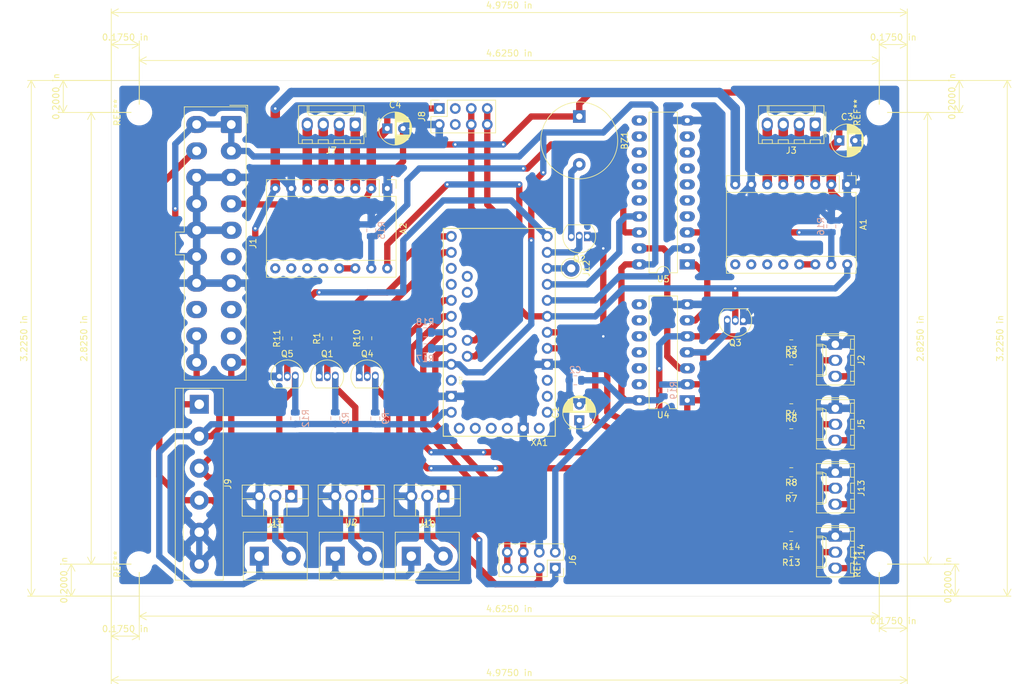
<source format=kicad_pcb>
(kicad_pcb (version 20171130) (host pcbnew "(5.1.5)-3")
  (layers (0 F.Cu signal) (31 B.Cu signal) (34 B.Paste user) (35 F.Paste user) (36 B.SilkS user) (37 F.SilkS user) (38 B.Mask user) (39 F.Mask user) (44 Edge.Cuts user))
  (net 0 "")
  (net 1 "Net-(J1-Pad9)")
  (net 2 "Net-(J1-Pad8)")
  (net 3 +12V)
  (net 4 Step_M1)
  (net 5 GND)
  (net 6 "Net-(A1-Pad13)")
  (net 7 "Net-(A1-Pad6)")
  (net 8 "Net-(A1-Pad5)")
  (net 9 "Net-(A1-Pad12)")
  (net 10 "Net-(A1-Pad4)")
  (net 11 "Net-(A1-Pad11)")
  (net 12 "Net-(A1-Pad3)")
  (net 13 "Net-(A1-Pad10)")
  (net 14 +5V)
  (net 15 "Net-(A1-Pad9)")
  (net 16 Step_M2)
  (net 17 "Net-(A2-Pad13)")
  (net 18 "Net-(A2-Pad6)")
  (net 19 "Net-(A2-Pad5)")
  (net 20 "Net-(A2-Pad12)")
  (net 21 "Net-(A2-Pad4)")
  (net 22 "Net-(A2-Pad11)")
  (net 23 "Net-(A2-Pad3)")
  (net 24 "Net-(A2-Pad10)")
  (net 25 "Net-(A2-Pad9)")
  (net 26 +3V3)
  (net 27 -5V)
  (net 28 -12V)
  (net 29 "Net-(J4-Pad2)")
  (net 30 "Net-(Q1-Pad3)")
  (net 31 "Net-(Q1-Pad2)")
  (net 32 ValvulaG)
  (net 33 "Net-(J2-Pad2)")
  (net 34 "Net-(J5-Pad2)")
  (net 35 "Net-(J8-Pad4)")
  (net 36 "Net-(J8-Pad3)")
  (net 37 "Net-(J10-Pad2)")
  (net 38 "Net-(J11-Pad2)")
  (net 39 "Net-(Q4-Pad3)")
  (net 40 "Net-(Q4-Pad2)")
  (net 41 "Net-(Q5-Pad3)")
  (net 42 "Net-(Q5-Pad2)")
  (net 43 Ac_Ex_2)
  (net 44 A_Step_M1)
  (net 45 A_Step_M2)
  (net 46 Ac_Ex_1)
  (net 47 "Net-(XA1-PadD0)")
  (net 48 "Net-(XA1-PadD1)")
  (net 49 "Net-(XA1-PadA7)")
  (net 50 "Net-(XA1-PadA6)")
  (net 51 "Net-(XA1-PadLPC6)")
  (net 52 "Net-(XA1-PadBLK)")
  (net 53 "Net-(XA1-PadPB5)")
  (net 54 "Net-(XA1-PadPB4)")
  (net 55 "Net-(XA1-PadPVIN)")
  (net 56 Dir)
  (net 57 "Net-(BZ1-Pad2)")
  (net 58 I2C_Sensores_SDA)
  (net 59 I2C_Sensores_SCL)
  (net 60 I2C_GUI_SDA)
  (net 61 I2C_GUI_SCL)
  (net 62 "Net-(J12-Pad1)")
  (net 63 "Net-(J13-Pad2)")
  (net 64 "Net-(J14-Pad2)")
  (net 65 BuzzerG)
  (net 66 "Net-(U4-Pad3)")
  (net 67 "Net-(XA1-PadPC6)")
  (net 68 "Net-(XA1-PadGRN)")
  (net 69 "Net-(XA1-PadTX)")
  (net 70 "Net-(XA1-PadRX)")
  (net 71 FinalCarrera1)
  (net 72 FinalCarrera2)
  (net 73 InicioCarrera1)
  (net 74 InicioCarrera2)
  (net 75 "Net-(U4-Pad6)")
  (net 76 "Net-(U5-Pad9)")
  (net 77 "Net-(U5-Pad8)")
  (net 78 "Net-(U5-Pad7)")
  (net 79 "Net-(U5-Pad16)")
  (net 80 "Net-(U5-Pad6)")
  (net 81 "Net-(U5-Pad15)")
  (net 82 "Net-(U5-Pad5)")
  (net 83 "Net-(U5-Pad14)")
  (net 84 "Net-(U5-Pad4)")
  (net 85 "Net-(U5-Pad13)")
  (net 86 "Net-(U5-Pad12)")
  (net 87 "Net-(U5-Pad11)")
  (net 88 "Net-(Q3-Pad3)")
  (module MountingHole:MountingHole_2.5mm (layer F.Cu) (at 193.675 64.135 90)
    (fp_text reference REF** (at 0 -3.5 90) (layer F.SilkS))
    (fp_text value MountingHole_2.5mm)
    (pad 1 np_thru_hole circle (at 0 0 90) (size 2.5 2.5) (drill 2.5) (layers *.Cu *.Mask))
  )
  (module MountingHole:MountingHole_2.5mm (layer F.Cu) (at 76.2 135.89 90)
    (fp_text reference REF** (at 0 -3.5 90) (layer F.SilkS))
    (fp_text value MountingHole_2.5mm)
    (pad 1 np_thru_hole circle (at 0 0 90) (size 2.5 2.5) (drill 2.5) (layers *.Cu *.Mask))
  )
  (module MountingHole:MountingHole_2.5mm (layer F.Cu) (at 193.675 135.89 90)
    (fp_text reference REF** (at 0 -3.5 90) (layer F.SilkS))
    (fp_text value MountingHole_2.5mm)
    (pad 1 np_thru_hole circle (at 0 0 90) (size 2.5 2.5) (drill 2.5) (layers *.Cu *.Mask))
  )
  (module MountingHole:MountingHole_2.5mm (layer F.Cu) (at 76.2 64.135 90)
    (fp_text reference REF** (at 0 -3.5 90) (layer F.SilkS))
    (fp_text value MountingHole_2.5mm)
    (pad 1 np_thru_hole circle (at 0 0 90) (size 2.5 2.5) (drill 2.5) (layers *.Cu *.Mask))
  )
  (module Resistor_SMD:R_0805_2012Metric (layer B.Cu) (at 113.665 112.7275 90)
    (fp_text reference R9 (at 0 1.65 90) (layer B.SilkS) (effects (justify mirror)))
    (fp_text value 1M)
    (pad 2 smd roundrect (at 0.9375 0 90) (size 0.975 1.4) (layers B.Cu B.Paste B.Mask) (net 39 "Net-(Q4-Pad3)"))
    (pad 1 smd roundrect (at -0.9375 0 90) (size 0.975 1.4) (layers B.Cu B.Paste B.Mask) (net 14 +5V))
  )
  (module Package_TO_SOT_THT:TO-220F-3_Vertical (layer F.Cu) (at 112.395 125.095 180)
    (fp_text reference U2 (at 2.54 -4.1675) (layer F.SilkS))
    (fp_text value IRFZ44N)
    (pad 3 thru_hole oval (at 5.08 0 180) (size 1.905 2) (drill 1.2) (layers *.Cu *.Mask) (net 5 GND))
    (pad 2 thru_hole oval (at 2.54 0 180) (size 1.905 2) (drill 1.2) (layers *.Cu *.Mask) (net 29 "Net-(J4-Pad2)"))
    (pad 1 thru_hole rect (at 0 0 180) (size 1.905 2) (drill 1.2) (layers *.Cu *.Mask) (net 30 "Net-(Q1-Pad3)"))
  )
  (module Package_DIP:DIP-20_W7.62mm_LongPads (layer F.Cu) (at 163.195 88.265 180)
    (fp_text reference U5 (at 3.81 -2.33) (layer F.SilkS))
    (fp_text value 74HC244)
    (pad 20 thru_hole oval (at 7.62 0 180) (size 2.4 1.6) (drill 0.8) (layers *.Cu *.Mask) (net 26 +3V3))
    (pad 10 thru_hole oval (at 0 22.86 180) (size 2.4 1.6) (drill 0.8) (layers *.Cu *.Mask) (net 5 GND))
    (pad 19 thru_hole oval (at 7.62 2.54 180) (size 2.4 1.6) (drill 0.8) (layers *.Cu *.Mask) (net 66 "Net-(U4-Pad3)"))
    (pad 9 thru_hole oval (at 0 20.32 180) (size 2.4 1.6) (drill 0.8) (layers *.Cu *.Mask) (net 76 "Net-(U5-Pad9)"))
    (pad 18 thru_hole oval (at 7.62 5.08 180) (size 2.4 1.6) (drill 0.8) (layers *.Cu *.Mask) (net 16 Step_M2))
    (pad 8 thru_hole oval (at 0 17.78 180) (size 2.4 1.6) (drill 0.8) (layers *.Cu *.Mask) (net 77 "Net-(U5-Pad8)"))
    (pad 17 thru_hole oval (at 7.62 7.62 180) (size 2.4 1.6) (drill 0.8) (layers *.Cu *.Mask) (net 44 A_Step_M1))
    (pad 7 thru_hole oval (at 0 15.24 180) (size 2.4 1.6) (drill 0.8) (layers *.Cu *.Mask) (net 78 "Net-(U5-Pad7)"))
    (pad 16 thru_hole oval (at 7.62 10.16 180) (size 2.4 1.6) (drill 0.8) (layers *.Cu *.Mask) (net 79 "Net-(U5-Pad16)"))
    (pad 6 thru_hole oval (at 0 12.7 180) (size 2.4 1.6) (drill 0.8) (layers *.Cu *.Mask) (net 80 "Net-(U5-Pad6)"))
    (pad 15 thru_hole oval (at 7.62 12.7 180) (size 2.4 1.6) (drill 0.8) (layers *.Cu *.Mask) (net 81 "Net-(U5-Pad15)"))
    (pad 5 thru_hole oval (at 0 10.16 180) (size 2.4 1.6) (drill 0.8) (layers *.Cu *.Mask) (net 82 "Net-(U5-Pad5)"))
    (pad 14 thru_hole oval (at 7.62 15.24 180) (size 2.4 1.6) (drill 0.8) (layers *.Cu *.Mask) (net 83 "Net-(U5-Pad14)"))
    (pad 4 thru_hole oval (at 0 7.62 180) (size 2.4 1.6) (drill 0.8) (layers *.Cu *.Mask) (net 84 "Net-(U5-Pad4)"))
    (pad 13 thru_hole oval (at 7.62 17.78 180) (size 2.4 1.6) (drill 0.8) (layers *.Cu *.Mask) (net 85 "Net-(U5-Pad13)"))
    (pad 3 thru_hole oval (at 0 5.08 180) (size 2.4 1.6) (drill 0.8) (layers *.Cu *.Mask) (net 4 Step_M1))
    (pad 12 thru_hole oval (at 7.62 20.32 180) (size 2.4 1.6) (drill 0.8) (layers *.Cu *.Mask) (net 86 "Net-(U5-Pad12)"))
    (pad 2 thru_hole oval (at 0 2.54 180) (size 2.4 1.6) (drill 0.8) (layers *.Cu *.Mask) (net 45 A_Step_M2))
    (pad 11 thru_hole oval (at 7.62 22.86 180) (size 2.4 1.6) (drill 0.8) (layers *.Cu *.Mask) (net 87 "Net-(U5-Pad11)"))
    (pad 1 thru_hole rect (at 0 0 180) (size 2.4 1.6) (drill 0.8) (layers *.Cu *.Mask) (net 75 "Net-(U4-Pad6)"))
  )
  (module Package_DIP:DIP-14_W7.62mm_LongPads (layer F.Cu) (at 163.195 109.855 180)
    (fp_text reference U4 (at 3.81 -2.33) (layer F.SilkS))
    (fp_text value 74HC08)
    (pad 14 thru_hole oval (at 7.62 0 180) (size 2.4 1.6) (drill 0.8) (layers *.Cu *.Mask) (net 26 +3V3))
    (pad 7 thru_hole oval (at 0 15.24 180) (size 2.4 1.6) (drill 0.8) (layers *.Cu *.Mask) (net 5 GND))
    (pad 13 thru_hole oval (at 7.62 2.54 180) (size 2.4 1.6) (drill 0.8) (layers *.Cu *.Mask))
    (pad 6 thru_hole oval (at 0 12.7 180) (size 2.4 1.6) (drill 0.8) (layers *.Cu *.Mask) (net 75 "Net-(U4-Pad6)"))
    (pad 12 thru_hole oval (at 7.62 5.08 180) (size 2.4 1.6) (drill 0.8) (layers *.Cu *.Mask))
    (pad 5 thru_hole oval (at 0 10.16 180) (size 2.4 1.6) (drill 0.8) (layers *.Cu *.Mask) (net 71 FinalCarrera1))
    (pad 11 thru_hole oval (at 7.62 7.62 180) (size 2.4 1.6) (drill 0.8) (layers *.Cu *.Mask))
    (pad 4 thru_hole oval (at 0 7.62 180) (size 2.4 1.6) (drill 0.8) (layers *.Cu *.Mask) (net 88 "Net-(Q3-Pad3)"))
    (pad 10 thru_hole oval (at 7.62 10.16 180) (size 2.4 1.6) (drill 0.8) (layers *.Cu *.Mask))
    (pad 3 thru_hole oval (at 0 5.08 180) (size 2.4 1.6) (drill 0.8) (layers *.Cu *.Mask) (net 66 "Net-(U4-Pad3)"))
    (pad 9 thru_hole oval (at 7.62 12.7 180) (size 2.4 1.6) (drill 0.8) (layers *.Cu *.Mask))
    (pad 2 thru_hole oval (at 0 2.54 180) (size 2.4 1.6) (drill 0.8) (layers *.Cu *.Mask) (net 88 "Net-(Q3-Pad3)"))
    (pad 8 thru_hole oval (at 7.62 15.24 180) (size 2.4 1.6) (drill 0.8) (layers *.Cu *.Mask))
    (pad 1 thru_hole rect (at 0 0 180) (size 2.4 1.6) (drill 0.8) (layers *.Cu *.Mask) (net 72 FinalCarrera2))
  )
  (module Resistor_SMD:R_0805_2012Metric (layer B.Cu) (at 159.385 108.2825 90)
    (fp_text reference R19 (at 0 1.65 90) (layer B.SilkS) (effects (justify mirror)))
    (fp_text value 1K)
    (pad 2 smd roundrect (at 0.9375 0 90) (size 0.975 1.4) (layers B.Cu B.Paste B.Mask) (net 88 "Net-(Q3-Pad3)"))
    (pad 1 smd roundrect (at -0.9375 0 90) (size 0.975 1.4) (layers B.Cu B.Paste B.Mask) (net 26 +3V3))
  )
  (module Package_TO_SOT_THT:TO-92_Inline (layer F.Cu) (at 172.085 97.155 180)
    (fp_text reference Q3 (at 1.27 -3.56) (layer F.SilkS))
    (fp_text value 2N7000)
    (pad 1 thru_hole rect (at 0 0 180) (size 1.05 1.5) (drill 0.75) (layers *.Cu *.Mask) (net 5 GND))
    (pad 3 thru_hole oval (at 2.54 0 180) (size 1.05 1.5) (drill 0.75) (layers *.Cu *.Mask) (net 88 "Net-(Q3-Pad3)"))
    (pad 2 thru_hole oval (at 1.27 0 180) (size 1.05 1.5) (drill 0.75) (layers *.Cu *.Mask) (net 56 Dir))
  )
  (module Resistor_SMD:R_0805_2012Metric (layer B.Cu) (at 121.5875 99.06 180)
    (fp_text reference R18 (at 0 1.65 180) (layer B.SilkS) (effects (justify mirror)))
    (fp_text value 1M)
    (pad 2 smd roundrect (at 0.9375 0 180) (size 0.975 1.4) (layers B.Cu B.Paste B.Mask) (net 26 +3V3))
    (pad 1 smd roundrect (at -0.9375 0 180) (size 0.975 1.4) (layers B.Cu B.Paste B.Mask) (net 58 I2C_Sensores_SDA))
  )
  (module Resistor_SMD:R_0805_2012Metric (layer B.Cu) (at 121.5875 101.6)
    (fp_text reference R17 (at 0 1.65) (layer B.SilkS) (effects (justify mirror)))
    (fp_text value 1M)
    (pad 2 smd roundrect (at 0.9375 0) (size 0.975 1.4) (layers B.Cu B.Paste B.Mask) (net 59 I2C_Sensores_SCL))
    (pad 1 smd roundrect (at -0.9375 0) (size 0.975 1.4) (layers B.Cu B.Paste B.Mask) (net 26 +3V3))
  )
  (module Resistor_SMD:R_0805_2012Metric (layer B.Cu) (at 186.055 82.2175 270)
    (fp_text reference R16 (at 0 1.65 270) (layer B.SilkS) (effects (justify mirror)))
    (fp_text value 2K2)
    (pad 2 smd roundrect (at 0.9375 0 270) (size 0.975 1.4) (layers B.Cu B.Paste B.Mask) (net 4 Step_M1))
    (pad 1 smd roundrect (at -0.9375 0 270) (size 0.975 1.4) (layers B.Cu B.Paste B.Mask) (net 5 GND))
  )
  (module Resistor_SMD:R_0805_2012Metric (layer B.Cu) (at 113.03 82.8525 90)
    (fp_text reference R15 (at 0 1.65 270) (layer B.SilkS) (effects (justify mirror)))
    (fp_text value 2K2)
    (pad 2 smd roundrect (at 0.9375 0 90) (size 0.975 1.4) (layers B.Cu B.Paste B.Mask) (net 5 GND))
    (pad 1 smd roundrect (at -0.9375 0 90) (size 0.975 1.4) (layers B.Cu B.Paste B.Mask) (net 16 Step_M2))
  )
  (module Resistor_SMD:R_0805_2012Metric (layer F.Cu) (at 179.705 131.445 180)
    (fp_text reference R14 (at 0 -1.65) (layer F.SilkS))
    (fp_text value 3K3)
    (pad 2 smd roundrect (at 0.9375 0 180) (size 0.975 1.4) (layers F.Cu F.Paste F.Mask) (net 74 InicioCarrera2))
    (pad 1 smd roundrect (at -0.9375 0 180) (size 0.975 1.4) (layers F.Cu F.Paste F.Mask) (net 5 GND))
  )
  (module Resistor_SMD:R_0805_2012Metric (layer F.Cu) (at 179.705 133.985 180)
    (fp_text reference R13 (at 0 -1.65) (layer F.SilkS))
    (fp_text value 2K2)
    (pad 2 smd roundrect (at 0.9375 0 180) (size 0.975 1.4) (layers F.Cu F.Paste F.Mask) (net 74 InicioCarrera2))
    (pad 1 smd roundrect (at -0.9375 0 180) (size 0.975 1.4) (layers F.Cu F.Paste F.Mask) (net 64 "Net-(J14-Pad2)"))
  )
  (module Resistor_SMD:R_0805_2012Metric (layer F.Cu) (at 179.705 121.285 180)
    (fp_text reference R8 (at 0 -1.65) (layer F.SilkS))
    (fp_text value 3K3)
    (pad 2 smd roundrect (at 0.9375 0 180) (size 0.975 1.4) (layers F.Cu F.Paste F.Mask) (net 73 InicioCarrera1))
    (pad 1 smd roundrect (at -0.9375 0 180) (size 0.975 1.4) (layers F.Cu F.Paste F.Mask) (net 5 GND))
  )
  (module Resistor_SMD:R_0805_2012Metric (layer F.Cu) (at 179.705 123.825 180)
    (fp_text reference R7 (at 0 -1.65) (layer F.SilkS))
    (fp_text value 2K2)
    (pad 2 smd roundrect (at 0.9375 0 180) (size 0.975 1.4) (layers F.Cu F.Paste F.Mask) (net 73 InicioCarrera1))
    (pad 1 smd roundrect (at -0.9375 0 180) (size 0.975 1.4) (layers F.Cu F.Paste F.Mask) (net 63 "Net-(J13-Pad2)"))
  )
  (module Package_TO_SOT_THT:TO-92_Inline (layer F.Cu) (at 147.32 83.82 180)
    (fp_text reference Q2 (at 1.27 -3.56) (layer F.SilkS))
    (fp_text value 2N7000)
    (pad 1 thru_hole rect (at 0 0 180) (size 1.05 1.5) (drill 0.75) (layers *.Cu *.Mask) (net 5 GND))
    (pad 3 thru_hole oval (at 2.54 0 180) (size 1.05 1.5) (drill 0.75) (layers *.Cu *.Mask) (net 57 "Net-(BZ1-Pad2)"))
    (pad 2 thru_hole oval (at 1.27 0 180) (size 1.05 1.5) (drill 0.75) (layers *.Cu *.Mask) (net 65 BuzzerG))
  )
  (module Connector_Molex:Molex_KK-254_AE-6410-03A_1x03_P2.54mm_Vertical (layer F.Cu) (at 186.69 131.445 270)
    (fp_text reference J14 (at 2.54 -4.12 90) (layer F.SilkS))
    (fp_text value LimitSwitch4)
    (pad 3 thru_hole oval (at 5.08 0 270) (size 1.74 2.2) (drill 1.2) (layers *.Cu *.Mask) (net 14 +5V))
    (pad 2 thru_hole oval (at 2.54 0 270) (size 1.74 2.2) (drill 1.2) (layers *.Cu *.Mask) (net 64 "Net-(J14-Pad2)"))
    (pad 1 thru_hole roundrect (at 0 0 270) (size 1.74 2.2) (drill 1.2) (layers *.Cu *.Mask) (roundrect_rratio 0.143678) (net 5 GND))
  )
  (module Connector_Molex:Molex_KK-254_AE-6410-03A_1x03_P2.54mm_Vertical (layer F.Cu) (at 186.69 121.285 270)
    (fp_text reference J13 (at 2.54 -4.12 90) (layer F.SilkS))
    (fp_text value LimitSwitch3)
    (pad 3 thru_hole oval (at 5.08 0 270) (size 1.74 2.2) (drill 1.2) (layers *.Cu *.Mask) (net 14 +5V))
    (pad 2 thru_hole oval (at 2.54 0 270) (size 1.74 2.2) (drill 1.2) (layers *.Cu *.Mask) (net 63 "Net-(J13-Pad2)"))
    (pad 1 thru_hole roundrect (at 0 0 270) (size 1.74 2.2) (drill 1.2) (layers *.Cu *.Mask) (roundrect_rratio 0.143678) (net 5 GND))
  )
  (module Connector_Pin:Pin_D1.3mm_L11.0mm (layer F.Cu) (at 144.78 88.9 90)
    (fp_text reference J12 (at 0 2.4 90) (layer F.SilkS))
    (fp_text value Debug)
    (pad 1 thru_hole circle (at 0 0 90) (size 2.6 2.6) (drill 1.3) (layers *.Cu *.Mask) (net 62 "Net-(J12-Pad1)"))
  )
  (module Buzzer_Beeper:Buzzer_12x9.5RM7.6 (layer F.Cu) (at 146.05 64.77 270)
    (fp_text reference BZ1 (at 3.8 -7.2 90) (layer F.SilkS))
    (fp_text value Buzzer)
    (pad 2 thru_hole circle (at 7.6 0 270) (size 2 2) (drill 1) (layers *.Cu *.Mask) (net 57 "Net-(BZ1-Pad2)"))
    (pad 1 thru_hole rect (at 0 0 270) (size 2 2) (drill 1) (layers *.Cu *.Mask) (net 14 +5V))
  )
  (module PCB-fuente_2step_ATmega:Arduino_Mini_Socket (layer F.Cu) (at 142.24 85.09 180)
    (fp_text reference XA1 (at 2.54 -31.496) (layer F.SilkS))
    (fp_text value Arduino_Pro_Mini_3V3)
    (fp_text user RST (at 14.986 -21.59 90) (layer F.SilkS) (effects (font (size 0.5 0.5) (thickness 0.075))))
    (pad PD8 thru_hole circle (at 1.27 -1.27 180) (size 1.7272 1.7272) (drill 1.016) (layers *.Cu *.Mask) (net 65 BuzzerG))
    (pad A4 thru_hole circle (at 13.97 -17.78 180) (size 1.7272 1.7272) (drill 1.016) (layers *.Cu *.Mask) (net 60 I2C_GUI_SDA))
    (pad PD7 thru_hole circle (at 1.27 -3.81 180) (size 1.7272 1.7272) (drill 1.016) (layers *.Cu *.Mask) (net 62 "Net-(J12-Pad1)"))
    (pad PD6 thru_hole circle (at 1.27 -6.35 180) (size 1.7272 1.7272) (drill 1.016) (layers *.Cu *.Mask) (net 44 A_Step_M1))
    (pad PD5 thru_hole circle (at 1.27 -8.89 180) (size 1.7272 1.7272) (drill 1.016) (layers *.Cu *.Mask) (net 45 A_Step_M2))
    (pad PD4 thru_hole circle (at 1.27 -11.43 180) (size 1.7272 1.7272) (drill 1.016) (layers *.Cu *.Mask) (net 56 Dir))
    (pad PD3 thru_hole circle (at 1.27 -13.97 180) (size 1.7272 1.7272) (drill 1.016) (layers *.Cu *.Mask) (net 71 FinalCarrera1))
    (pad PD2 thru_hole circle (at 1.27 -16.51 180) (size 1.7272 1.7272) (drill 1.016) (layers *.Cu *.Mask) (net 72 FinalCarrera2))
    (pad GND2 thru_hole rect (at 1.27 -19.05 180) (size 1.7272 1.7272) (drill 1.016) (layers *.Cu *.Mask) (net 5 GND))
    (pad LPC6 thru_hole circle (at 1.27 -21.59) (size 1.7272 1.7272) (drill 1.016) (layers *.Cu *.Mask) (net 51 "Net-(XA1-PadLPC6)"))
    (pad D0 thru_hole circle (at 1.27 -24.13 180) (size 1.7272 1.7272) (drill 1.016) (layers *.Cu *.Mask) (net 47 "Net-(XA1-PadD0)"))
    (pad D1 thru_hole circle (at 1.27 -26.67 180) (size 1.7272 1.7272) (drill 1.016) (layers *.Cu *.Mask) (net 48 "Net-(XA1-PadD1)"))
    (pad BLK thru_hole circle (at 2.54 -29.21 180) (size 1.7272 1.7272) (drill 1.016) (layers *.Cu *.Mask) (net 52 "Net-(XA1-PadBLK)"))
    (pad A5 thru_hole circle (at 13.97 -15.24 180) (size 1.7272 1.7272) (drill 1.016) (layers *.Cu *.Mask) (net 61 I2C_GUI_SCL))
    (pad A7 thru_hole circle (at 13.97 -7.62 180) (size 1.7272 1.7272) (drill 1.016) (layers *.Cu *.Mask) (net 49 "Net-(XA1-PadA7)"))
    (pad A6 thru_hole circle (at 13.97 -5.08 180) (size 1.7272 1.7272) (drill 1.016) (layers *.Cu *.Mask) (net 50 "Net-(XA1-PadA6)"))
    (pad VIN thru_hole circle (at 16.51 -19.05 180) (size 1.7272 1.7272) (drill 1.016) (layers *.Cu *.Mask) (net 26 +3V3))
    (pad PB2 thru_hole circle (at 16.51 1.27 180) (size 1.7272 1.7272) (drill 1.016) (layers *.Cu *.Mask) (net 43 Ac_Ex_2))
    (pad PD9 thru_hole circle (at 1.27 1.27 180) (size 1.7272 1.7272) (drill 1.016) (layers *.Cu *.Mask) (net 32 ValvulaG))
    (pad GND3 thru_hole rect (at 16.51 -24.13 180) (size 1.7272 1.7272) (drill 1.016) (layers *.Cu *.Mask) (net 5 GND))
    (pad PC6 thru_hole circle (at 16.51 -21.59 180) (size 1.7272 1.7272) (drill 1.016) (layers *.Cu *.Mask) (net 67 "Net-(XA1-PadPC6)"))
    (pad 5V12V thru_hole circle (at 16.51 -26.67 180) (size 1.7272 1.7272) (drill 1.016) (layers *.Cu *.Mask) (net 14 +5V))
    (pad PC3 thru_hole circle (at 16.51 -16.51 180) (size 1.7272 1.7272) (drill 1.016) (layers *.Cu *.Mask) (net 59 I2C_Sensores_SCL))
    (pad PC2 thru_hole circle (at 16.51 -13.97 180) (size 1.7272 1.7272) (drill 1.016) (layers *.Cu *.Mask) (net 58 I2C_Sensores_SDA))
    (pad PC1 thru_hole circle (at 16.51 -11.43 180) (size 1.7272 1.7272) (drill 1.016) (layers *.Cu *.Mask) (net 73 InicioCarrera1))
    (pad PC0 thru_hole circle (at 16.51 -8.89 180) (size 1.7272 1.7272) (drill 1.016) (layers *.Cu *.Mask) (net 74 InicioCarrera2))
    (pad PB5 thru_hole circle (at 16.51 -6.35 180) (size 1.7272 1.7272) (drill 1.016) (layers *.Cu *.Mask) (net 53 "Net-(XA1-PadPB5)"))
    (pad PB4 thru_hole circle (at 16.51 -3.81 180) (size 1.7272 1.7272) (drill 1.016) (layers *.Cu *.Mask) (net 54 "Net-(XA1-PadPB4)"))
    (pad PB3 thru_hole circle (at 16.51 -1.27 180) (size 1.7272 1.7272) (drill 1.016) (layers *.Cu *.Mask) (net 46 Ac_Ex_1))
    (pad GRN thru_hole circle (at 15.24 -29.21 180) (size 1.7272 1.7272) (drill 1.016) (layers *.Cu *.Mask) (net 68 "Net-(XA1-PadGRN)"))
    (pad TX thru_hole circle (at 12.7 -29.21 180) (size 1.7272 1.7272) (drill 1.016) (layers *.Cu *.Mask) (net 69 "Net-(XA1-PadTX)"))
    (pad RX thru_hole circle (at 10.16 -29.21 180) (size 1.7272 1.7272) (drill 1.016) (layers *.Cu *.Mask) (net 70 "Net-(XA1-PadRX)"))
    (pad PVIN thru_hole circle (at 7.62 -29.21 180) (size 1.7272 1.7272) (drill 1.016) (layers *.Cu *.Mask) (net 55 "Net-(XA1-PadPVIN)"))
    (pad GND1 thru_hole rect (at 5.08 -29.21 180) (size 1.7272 1.7272) (drill 1.016) (layers *.Cu *.Mask) (net 5 GND))
  )
  (module Package_TO_SOT_THT:TO-220F-3_Vertical (layer F.Cu) (at 100.33 125.095 180)
    (fp_text reference U3 (at 2.54 -4.1675) (layer F.SilkS))
    (fp_text value IRFZ44N)
    (pad 3 thru_hole oval (at 5.08 0 180) (size 1.905 2) (drill 1.2) (layers *.Cu *.Mask) (net 5 GND))
    (pad 2 thru_hole oval (at 2.54 0 180) (size 1.905 2) (drill 1.2) (layers *.Cu *.Mask) (net 38 "Net-(J11-Pad2)"))
    (pad 1 thru_hole rect (at 0 0 180) (size 1.905 2) (drill 1.2) (layers *.Cu *.Mask) (net 41 "Net-(Q5-Pad3)"))
  )
  (module Package_TO_SOT_THT:TO-220F-3_Vertical (layer F.Cu) (at 124.46 125.095 180)
    (fp_text reference U1 (at 2.54 -4.1675) (layer F.SilkS))
    (fp_text value IRFZ44N)
    (pad 3 thru_hole oval (at 5.08 0 180) (size 1.905 2) (drill 1.2) (layers *.Cu *.Mask) (net 5 GND))
    (pad 2 thru_hole oval (at 2.54 0 180) (size 1.905 2) (drill 1.2) (layers *.Cu *.Mask) (net 37 "Net-(J10-Pad2)"))
    (pad 1 thru_hole rect (at 0 0 180) (size 1.905 2) (drill 1.2) (layers *.Cu *.Mask) (net 39 "Net-(Q4-Pad3)"))
  )
  (module Resistor_SMD:R_0805_2012Metric (layer B.Cu) (at 100.965 112.7275 90)
    (fp_text reference R12 (at 0 1.65 90) (layer B.SilkS) (effects (justify mirror)))
    (fp_text value 1M)
    (pad 2 smd roundrect (at 0.9375 0 90) (size 0.975 1.4) (layers B.Cu B.Paste B.Mask) (net 41 "Net-(Q5-Pad3)"))
    (pad 1 smd roundrect (at -0.9375 0 90) (size 0.975 1.4) (layers B.Cu B.Paste B.Mask) (net 14 +5V))
  )
  (module Resistor_SMD:R_0805_2012Metric (layer F.Cu) (at 99.695 100.0275 90)
    (fp_text reference R11 (at 0 -1.65 90) (layer F.SilkS))
    (fp_text value 1K)
    (pad 2 smd roundrect (at 0.9375 0 90) (size 0.975 1.4) (layers F.Cu F.Paste F.Mask) (net 32 ValvulaG))
    (pad 1 smd roundrect (at -0.9375 0 90) (size 0.975 1.4) (layers F.Cu F.Paste F.Mask) (net 42 "Net-(Q5-Pad2)"))
  )
  (module Resistor_SMD:R_0805_2012Metric (layer F.Cu) (at 112.395 99.9975 90)
    (fp_text reference R10 (at 0 -1.65 90) (layer F.SilkS))
    (fp_text value 1K)
    (pad 2 smd roundrect (at 0.9375 0 90) (size 0.975 1.4) (layers F.Cu F.Paste F.Mask) (net 46 Ac_Ex_1))
    (pad 1 smd roundrect (at -0.9375 0 90) (size 0.975 1.4) (layers F.Cu F.Paste F.Mask) (net 40 "Net-(Q4-Pad2)"))
  )
  (module Resistor_SMD:R_0805_2012Metric (layer F.Cu) (at 179.705 111.125 180)
    (fp_text reference R6 (at 0 -1.65) (layer F.SilkS))
    (fp_text value 3K3)
    (pad 2 smd roundrect (at 0.9375 0 180) (size 0.975 1.4) (layers F.Cu F.Paste F.Mask) (net 72 FinalCarrera2))
    (pad 1 smd roundrect (at -0.9375 0 180) (size 0.975 1.4) (layers F.Cu F.Paste F.Mask) (net 5 GND))
  )
  (module Resistor_SMD:R_0805_2012Metric (layer F.Cu) (at 179.705 100.965 180)
    (fp_text reference R5 (at 0 -1.65) (layer F.SilkS))
    (fp_text value 3K3)
    (pad 2 smd roundrect (at 0.9375 0 180) (size 0.975 1.4) (layers F.Cu F.Paste F.Mask) (net 71 FinalCarrera1))
    (pad 1 smd roundrect (at -0.9375 0 180) (size 0.975 1.4) (layers F.Cu F.Paste F.Mask) (net 5 GND))
  )
  (module Resistor_SMD:R_0805_2012Metric (layer F.Cu) (at 179.705 113.665)
    (fp_text reference R4 (at 0 -1.65) (layer F.SilkS))
    (fp_text value 2K2)
    (pad 2 smd roundrect (at 0.9375 0) (size 0.975 1.4) (layers F.Cu F.Paste F.Mask) (net 34 "Net-(J5-Pad2)"))
    (pad 1 smd roundrect (at -0.9375 0) (size 0.975 1.4) (layers F.Cu F.Paste F.Mask) (net 72 FinalCarrera2))
  )
  (module Resistor_SMD:R_0805_2012Metric (layer F.Cu) (at 179.705 103.505)
    (fp_text reference R3 (at 0 -1.65) (layer F.SilkS))
    (fp_text value 2K2)
    (pad 2 smd roundrect (at 0.9375 0) (size 0.975 1.4) (layers F.Cu F.Paste F.Mask) (net 33 "Net-(J2-Pad2)"))
    (pad 1 smd roundrect (at -0.9375 0) (size 0.975 1.4) (layers F.Cu F.Paste F.Mask) (net 71 FinalCarrera1))
  )
  (module Package_TO_SOT_THT:TO-92_Inline (layer F.Cu) (at 98.425 106.045)
    (fp_text reference Q5 (at 1.27 -3.56) (layer F.SilkS))
    (fp_text value 2N7000)
    (pad 1 thru_hole rect (at 0 0) (size 1.05 1.5) (drill 0.75) (layers *.Cu *.Mask) (net 5 GND))
    (pad 3 thru_hole oval (at 2.54 0) (size 1.05 1.5) (drill 0.75) (layers *.Cu *.Mask) (net 41 "Net-(Q5-Pad3)"))
    (pad 2 thru_hole oval (at 1.27 0) (size 1.05 1.5) (drill 0.75) (layers *.Cu *.Mask) (net 42 "Net-(Q5-Pad2)"))
  )
  (module Package_TO_SOT_THT:TO-92_Inline (layer F.Cu) (at 111.125 106.045)
    (fp_text reference Q4 (at 1.27 -3.56) (layer F.SilkS))
    (fp_text value 2N7000)
    (pad 1 thru_hole rect (at 0 0) (size 1.05 1.5) (drill 0.75) (layers *.Cu *.Mask) (net 5 GND))
    (pad 3 thru_hole oval (at 2.54 0) (size 1.05 1.5) (drill 0.75) (layers *.Cu *.Mask) (net 39 "Net-(Q4-Pad3)"))
    (pad 2 thru_hole oval (at 1.27 0) (size 1.05 1.5) (drill 0.75) (layers *.Cu *.Mask) (net 40 "Net-(Q4-Pad2)"))
  )
  (module TerminalBlock:TerminalBlock_bornier-2_P5.08mm (layer F.Cu) (at 95.25 134.62)
    (fp_text reference J11 (at 2.54 -5.08) (layer F.SilkS))
    (fp_text value Valvula)
    (pad 2 thru_hole circle (at 5.08 0) (size 3 3) (drill 1.52) (layers *.Cu *.Mask) (net 38 "Net-(J11-Pad2)"))
    (pad 1 thru_hole rect (at 0 0) (size 3 3) (drill 1.52) (layers *.Cu *.Mask) (net 14 +5V))
  )
  (module TerminalBlock:TerminalBlock_bornier-2_P5.08mm (layer F.Cu) (at 119.38 134.62)
    (fp_text reference J10 (at 2.54 -5.08) (layer F.SilkS))
    (fp_text value Ac_Ex_1)
    (pad 2 thru_hole circle (at 5.08 0) (size 3 3) (drill 1.52) (layers *.Cu *.Mask) (net 37 "Net-(J10-Pad2)"))
    (pad 1 thru_hole rect (at 0 0) (size 3 3) (drill 1.52) (layers *.Cu *.Mask) (net 14 +5V))
  )
  (module TerminalBlock:TerminalBlock_bornier-6_P5.08mm (layer F.Cu) (at 85.725 110.49 270)
    (fp_text reference J9 (at 12.65 -4.55 90) (layer F.SilkS))
    (fp_text value "Power Redundancia")
    (pad 6 thru_hole circle (at 25.4 0 270) (size 3 3) (drill 1.52) (layers *.Cu *.Mask) (net 5 GND))
    (pad 5 thru_hole circle (at 20.32 0 270) (size 3 3) (drill 1.52) (layers *.Cu *.Mask) (net 5 GND))
    (pad 4 thru_hole circle (at 15.24 0 270) (size 3 3) (drill 1.52) (layers *.Cu *.Mask) (net 28 -12V))
    (pad 1 thru_hole rect (at 0 0 270) (size 3 3) (drill 1.52) (layers *.Cu *.Mask) (net 26 +3V3))
    (pad 3 thru_hole circle (at 10.16 0 270) (size 3 3) (drill 1.52) (layers *.Cu *.Mask) (net 3 +12V))
    (pad 2 thru_hole circle (at 5.08 0 270) (size 3 3) (drill 1.52) (layers *.Cu *.Mask) (net 14 +5V))
  )
  (module Connector_Molex:Molex_KK-254_AE-6410-03A_1x03_P2.54mm_Vertical (layer F.Cu) (at 186.69 111.125 270)
    (fp_text reference J5 (at 2.54 -4.12 90) (layer F.SilkS))
    (fp_text value LimitSwitch2)
    (pad 3 thru_hole oval (at 5.08 0 270) (size 1.74 2.2) (drill 1.2) (layers *.Cu *.Mask) (net 14 +5V))
    (pad 2 thru_hole oval (at 2.54 0 270) (size 1.74 2.2) (drill 1.2) (layers *.Cu *.Mask) (net 34 "Net-(J5-Pad2)"))
    (pad 1 thru_hole roundrect (at 0 0 270) (size 1.74 2.2) (drill 1.2) (layers *.Cu *.Mask) (roundrect_rratio 0.143678) (net 5 GND))
  )
  (module Connector_PinSocket_2.54mm:PinSocket_2x04_P2.54mm_Vertical (layer F.Cu) (at 123.825 63.5 90)
    (fp_text reference J8 (at -1.27 -2.77 90) (layer F.SilkS))
    (fp_text value Board2Board_Gui)
    (pad 8 thru_hole oval (at -2.54 7.62 90) (size 1.7 1.7) (drill 1) (layers *.Cu *.Mask) (net 60 I2C_GUI_SDA))
    (pad 7 thru_hole oval (at 0 7.62 90) (size 1.7 1.7) (drill 1) (layers *.Cu *.Mask) (net 60 I2C_GUI_SDA))
    (pad 6 thru_hole oval (at -2.54 5.08 90) (size 1.7 1.7) (drill 1) (layers *.Cu *.Mask) (net 61 I2C_GUI_SCL))
    (pad 5 thru_hole oval (at 0 5.08 90) (size 1.7 1.7) (drill 1) (layers *.Cu *.Mask) (net 61 I2C_GUI_SCL))
    (pad 4 thru_hole oval (at -2.54 2.54 90) (size 1.7 1.7) (drill 1) (layers *.Cu *.Mask) (net 35 "Net-(J8-Pad4)"))
    (pad 3 thru_hole oval (at 0 2.54 90) (size 1.7 1.7) (drill 1) (layers *.Cu *.Mask) (net 36 "Net-(J8-Pad3)"))
    (pad 2 thru_hole oval (at -2.54 0 90) (size 1.7 1.7) (drill 1) (layers *.Cu *.Mask) (net 5 GND))
    (pad 1 thru_hole rect (at 0 0 90) (size 1.7 1.7) (drill 1) (layers *.Cu *.Mask) (net 14 +5V))
  )
  (module Connector_Molex:Molex_Mini-Fit_Jr_5566-20A_2x10_P4.20mm_Vertical (layer F.Cu) (at 90.805 66.04 270)
    (fp_text reference J1 (at 18.9 -3.45 90) (layer F.SilkS))
    (fp_text value ATX-20)
    (pad 20 thru_hole oval (at 37.8 5.5 270) (size 2.7 3.3) (drill 1.4) (layers *.Cu *.Mask) (net 14 +5V))
    (pad 19 thru_hole oval (at 33.6 5.5 270) (size 2.7 3.3) (drill 1.4) (layers *.Cu *.Mask) (net 14 +5V))
    (pad 18 thru_hole oval (at 29.4 5.5 270) (size 2.7 3.3) (drill 1.4) (layers *.Cu *.Mask) (net 27 -5V))
    (pad 17 thru_hole oval (at 25.2 5.5 270) (size 2.7 3.3) (drill 1.4) (layers *.Cu *.Mask) (net 5 GND))
    (pad 16 thru_hole oval (at 21 5.5 270) (size 2.7 3.3) (drill 1.4) (layers *.Cu *.Mask) (net 5 GND))
    (pad 15 thru_hole oval (at 16.8 5.5 270) (size 2.7 3.3) (drill 1.4) (layers *.Cu *.Mask) (net 5 GND))
    (pad 14 thru_hole oval (at 12.6 5.5 270) (size 2.7 3.3) (drill 1.4) (layers *.Cu *.Mask) (net 5 GND))
    (pad 13 thru_hole oval (at 8.4 5.5 270) (size 2.7 3.3) (drill 1.4) (layers *.Cu *.Mask) (net 5 GND))
    (pad 12 thru_hole oval (at 4.2 5.5 270) (size 2.7 3.3) (drill 1.4) (layers *.Cu *.Mask) (net 28 -12V))
    (pad 11 thru_hole oval (at 0 5.5 270) (size 2.7 3.3) (drill 1.4) (layers *.Cu *.Mask) (net 26 +3V3))
    (pad 10 thru_hole oval (at 37.8 0 270) (size 2.7 3.3) (drill 1.4) (layers *.Cu *.Mask) (net 3 +12V))
    (pad 9 thru_hole oval (at 33.6 0 270) (size 2.7 3.3) (drill 1.4) (layers *.Cu *.Mask) (net 1 "Net-(J1-Pad9)"))
    (pad 8 thru_hole oval (at 29.4 0 270) (size 2.7 3.3) (drill 1.4) (layers *.Cu *.Mask) (net 2 "Net-(J1-Pad8)"))
    (pad 7 thru_hole oval (at 25.2 0 270) (size 2.7 3.3) (drill 1.4) (layers *.Cu *.Mask) (net 5 GND))
    (pad 6 thru_hole oval (at 21 0 270) (size 2.7 3.3) (drill 1.4) (layers *.Cu *.Mask) (net 14 +5V))
    (pad 5 thru_hole oval (at 16.8 0 270) (size 2.7 3.3) (drill 1.4) (layers *.Cu *.Mask) (net 5 GND))
    (pad 4 thru_hole oval (at 12.6 0 270) (size 2.7 3.3) (drill 1.4) (layers *.Cu *.Mask) (net 14 +5V))
    (pad 3 thru_hole oval (at 8.4 0 270) (size 2.7 3.3) (drill 1.4) (layers *.Cu *.Mask) (net 5 GND))
    (pad 2 thru_hole oval (at 4.2 0 270) (size 2.7 3.3) (drill 1.4) (layers *.Cu *.Mask) (net 26 +3V3))
    (pad 1 thru_hole roundrect (at 0 0 270) (size 2.7 3.3) (drill 1.4) (layers *.Cu *.Mask) (roundrect_rratio 0.09259299999999999) (net 26 +3V3))
  )
  (module Module:Pololu_Breakout-16_15.2x20.3mm (layer F.Cu) (at 188.595 75.565 270)
    (fp_text reference A1 (at 6.35 -2.54 90) (layer F.SilkS))
    (fp_text value Driver1_A4988)
    (pad 16 thru_hole oval (at 12.7 0 270) (size 1.6 1.6) (drill 0.8) (layers *.Cu *.Mask) (net 56 Dir))
    (pad 8 thru_hole oval (at 0 17.78 270) (size 1.6 1.6) (drill 0.8) (layers *.Cu *.Mask) (net 3 +12V))
    (pad 15 thru_hole oval (at 12.7 2.54 270) (size 1.6 1.6) (drill 0.8) (layers *.Cu *.Mask) (net 4 Step_M1))
    (pad 7 thru_hole oval (at 0 15.24 270) (size 1.6 1.6) (drill 0.8) (layers *.Cu *.Mask) (net 5 GND))
    (pad 14 thru_hole oval (at 12.7 5.08 270) (size 1.6 1.6) (drill 0.8) (layers *.Cu *.Mask) (net 6 "Net-(A1-Pad13)"))
    (pad 6 thru_hole oval (at 0 12.7 270) (size 1.6 1.6) (drill 0.8) (layers *.Cu *.Mask) (net 7 "Net-(A1-Pad6)"))
    (pad 13 thru_hole oval (at 12.7 7.62 270) (size 1.6 1.6) (drill 0.8) (layers *.Cu *.Mask) (net 6 "Net-(A1-Pad13)"))
    (pad 5 thru_hole oval (at 0 10.16 270) (size 1.6 1.6) (drill 0.8) (layers *.Cu *.Mask) (net 8 "Net-(A1-Pad5)"))
    (pad 12 thru_hole oval (at 12.7 10.16 270) (size 1.6 1.6) (drill 0.8) (layers *.Cu *.Mask) (net 9 "Net-(A1-Pad12)"))
    (pad 4 thru_hole oval (at 0 7.62 270) (size 1.6 1.6) (drill 0.8) (layers *.Cu *.Mask) (net 10 "Net-(A1-Pad4)"))
    (pad 11 thru_hole oval (at 12.7 12.7 270) (size 1.6 1.6) (drill 0.8) (layers *.Cu *.Mask) (net 11 "Net-(A1-Pad11)"))
    (pad 3 thru_hole oval (at 0 5.08 270) (size 1.6 1.6) (drill 0.8) (layers *.Cu *.Mask) (net 12 "Net-(A1-Pad3)"))
    (pad 10 thru_hole oval (at 12.7 15.24 270) (size 1.6 1.6) (drill 0.8) (layers *.Cu *.Mask) (net 13 "Net-(A1-Pad10)"))
    (pad 2 thru_hole oval (at 0 2.54 270) (size 1.6 1.6) (drill 0.8) (layers *.Cu *.Mask) (net 14 +5V))
    (pad 9 thru_hole oval (at 12.7 17.78 270) (size 1.6 1.6) (drill 0.8) (layers *.Cu *.Mask) (net 15 "Net-(A1-Pad9)"))
    (pad 1 thru_hole rect (at 0 0 270) (size 1.6 1.6) (drill 0.8) (layers *.Cu *.Mask) (net 5 GND))
  )
  (module Resistor_SMD:R_0805_2012Metric (layer B.Cu) (at 107.315 112.6975 90)
    (fp_text reference R2 (at 0 1.65 -90) (layer B.SilkS) (effects (justify mirror)))
    (fp_text value 1M)
    (pad 2 smd roundrect (at 0.9375 0 90) (size 0.975 1.4) (layers B.Cu B.Paste B.Mask) (net 30 "Net-(Q1-Pad3)"))
    (pad 1 smd roundrect (at -0.9375 0 90) (size 0.975 1.4) (layers B.Cu B.Paste B.Mask) (net 14 +5V))
  )
  (module Resistor_SMD:R_0805_2012Metric (layer F.Cu) (at 106.045 100.0275 90)
    (fp_text reference R1 (at 0 -1.65 90) (layer F.SilkS))
    (fp_text value 1K)
    (pad 2 smd roundrect (at 0.9375 0 90) (size 0.975 1.4) (layers F.Cu F.Paste F.Mask) (net 43 Ac_Ex_2))
    (pad 1 smd roundrect (at -0.9375 0 90) (size 0.975 1.4) (layers F.Cu F.Paste F.Mask) (net 31 "Net-(Q1-Pad2)"))
  )
  (module Package_TO_SOT_THT:TO-92_Inline (layer F.Cu) (at 104.775 106.045)
    (fp_text reference Q1 (at 1.27 -3.56) (layer F.SilkS))
    (fp_text value 2N7000)
    (pad 1 thru_hole rect (at 0 0) (size 1.05 1.5) (drill 0.75) (layers *.Cu *.Mask) (net 5 GND))
    (pad 3 thru_hole oval (at 2.54 0) (size 1.05 1.5) (drill 0.75) (layers *.Cu *.Mask) (net 30 "Net-(Q1-Pad3)"))
    (pad 2 thru_hole oval (at 1.27 0) (size 1.05 1.5) (drill 0.75) (layers *.Cu *.Mask) (net 31 "Net-(Q1-Pad2)"))
  )
  (module Connector_Molex:Molex_KK-254_AE-6410-04A_1x04_P2.54mm_Vertical (layer F.Cu) (at 110.49 66.04 180)
    (fp_text reference J7 (at 3.81 -4.12) (layer F.SilkS))
    (fp_text value Stepper2)
    (pad 4 thru_hole oval (at 7.62 0 180) (size 1.74 2.2) (drill 1.2) (layers *.Cu *.Mask) (net 18 "Net-(A2-Pad6)"))
    (pad 3 thru_hole oval (at 5.08 0 180) (size 1.74 2.2) (drill 1.2) (layers *.Cu *.Mask) (net 19 "Net-(A2-Pad5)"))
    (pad 2 thru_hole oval (at 2.54 0 180) (size 1.74 2.2) (drill 1.2) (layers *.Cu *.Mask) (net 21 "Net-(A2-Pad4)"))
    (pad 1 thru_hole roundrect (at 0 0 180) (size 1.74 2.2) (drill 1.2) (layers *.Cu *.Mask) (roundrect_rratio 0.143678) (net 23 "Net-(A2-Pad3)"))
  )
  (module Connector_PinSocket_2.54mm:PinSocket_2x04_P2.54mm_Vertical (layer F.Cu) (at 142.24 136.525 270)
    (fp_text reference J6 (at -1.27 -2.77 90) (layer F.SilkS))
    (fp_text value Board2Board_Sensors)
    (pad 8 thru_hole oval (at -2.54 7.62 270) (size 1.7 1.7) (drill 1) (layers *.Cu *.Mask) (net 58 I2C_Sensores_SDA))
    (pad 7 thru_hole oval (at 0 7.62 270) (size 1.7 1.7) (drill 1) (layers *.Cu *.Mask) (net 58 I2C_Sensores_SDA))
    (pad 6 thru_hole oval (at -2.54 5.08 270) (size 1.7 1.7) (drill 1) (layers *.Cu *.Mask) (net 59 I2C_Sensores_SCL))
    (pad 5 thru_hole oval (at 0 5.08 270) (size 1.7 1.7) (drill 1) (layers *.Cu *.Mask) (net 59 I2C_Sensores_SCL))
    (pad 4 thru_hole oval (at -2.54 2.54 270) (size 1.7 1.7) (drill 1) (layers *.Cu *.Mask) (net 5 GND))
    (pad 3 thru_hole oval (at 0 2.54 270) (size 1.7 1.7) (drill 1) (layers *.Cu *.Mask) (net 28 -12V))
    (pad 2 thru_hole oval (at -2.54 0 270) (size 1.7 1.7) (drill 1) (layers *.Cu *.Mask) (net 26 +3V3))
    (pad 1 thru_hole rect (at 0 0 270) (size 1.7 1.7) (drill 1) (layers *.Cu *.Mask) (net 3 +12V))
  )
  (module TerminalBlock:TerminalBlock_bornier-2_P5.08mm (layer F.Cu) (at 107.315 134.62)
    (fp_text reference J4 (at 2.54 -5.08) (layer F.SilkS))
    (fp_text value Ac_Ex_2)
    (pad 2 thru_hole circle (at 5.08 0) (size 3 3) (drill 1.52) (layers *.Cu *.Mask) (net 29 "Net-(J4-Pad2)"))
    (pad 1 thru_hole rect (at 0 0) (size 3 3) (drill 1.52) (layers *.Cu *.Mask) (net 14 +5V))
  )
  (module Connector_Molex:Molex_KK-254_AE-6410-04A_1x04_P2.54mm_Vertical (layer F.Cu) (at 183.515 66.04 180)
    (fp_text reference J3 (at 3.81 -4.12) (layer F.SilkS))
    (fp_text value Stepper1)
    (pad 4 thru_hole oval (at 7.62 0 180) (size 1.74 2.2) (drill 1.2) (layers *.Cu *.Mask) (net 7 "Net-(A1-Pad6)"))
    (pad 3 thru_hole oval (at 5.08 0 180) (size 1.74 2.2) (drill 1.2) (layers *.Cu *.Mask) (net 8 "Net-(A1-Pad5)"))
    (pad 2 thru_hole oval (at 2.54 0 180) (size 1.74 2.2) (drill 1.2) (layers *.Cu *.Mask) (net 10 "Net-(A1-Pad4)"))
    (pad 1 thru_hole roundrect (at 0 0 180) (size 1.74 2.2) (drill 1.2) (layers *.Cu *.Mask) (roundrect_rratio 0.143678) (net 12 "Net-(A1-Pad3)"))
  )
  (module Connector_Molex:Molex_KK-254_AE-6410-03A_1x03_P2.54mm_Vertical (layer F.Cu) (at 186.69 100.965 270)
    (fp_text reference J2 (at 2.54 -4.12 90) (layer F.SilkS))
    (fp_text value LimitSwitch1)
    (pad 3 thru_hole oval (at 5.08 0 270) (size 1.74 2.2) (drill 1.2) (layers *.Cu *.Mask) (net 14 +5V))
    (pad 2 thru_hole oval (at 2.54 0 270) (size 1.74 2.2) (drill 1.2) (layers *.Cu *.Mask) (net 33 "Net-(J2-Pad2)"))
    (pad 1 thru_hole roundrect (at 0 0 270) (size 1.74 2.2) (drill 1.2) (layers *.Cu *.Mask) (roundrect_rratio 0.143678) (net 5 GND))
  )
  (module Capacitor_THT:CP_Radial_D5.0mm_P2.50mm (layer F.Cu) (at 115.57 66.675)
    (fp_text reference C4 (at 1.25 -3.75) (layer F.SilkS))
    (fp_text value 100uF)
    (pad 2 thru_hole circle (at 2.5 0) (size 1.6 1.6) (drill 0.8) (layers *.Cu *.Mask) (net 5 GND))
    (pad 1 thru_hole rect (at 0 0) (size 1.6 1.6) (drill 0.8) (layers *.Cu *.Mask) (net 14 +5V))
  )
  (module Capacitor_THT:CP_Radial_D5.0mm_P2.50mm (layer F.Cu) (at 187.325 68.58)
    (fp_text reference C3 (at 1.25 -3.75) (layer F.SilkS))
    (fp_text value 100uF)
    (pad 2 thru_hole circle (at 2.5 0) (size 1.6 1.6) (drill 0.8) (layers *.Cu *.Mask) (net 5 GND))
    (pad 1 thru_hole rect (at 0 0) (size 1.6 1.6) (drill 0.8) (layers *.Cu *.Mask) (net 14 +5V))
  )
  (module Capacitor_SMD:C_0805_2012Metric (layer B.Cu) (at 145.415 106.68 180)
    (fp_text reference C2 (at 0 1.65) (layer B.SilkS) (effects (justify mirror)))
    (fp_text value 100nF)
    (pad 2 smd roundrect (at 0.9375 0 180) (size 0.975 1.4) (layers B.Cu B.Paste B.Mask) (net 5 GND))
    (pad 1 smd roundrect (at -0.9375 0 180) (size 0.975 1.4) (layers B.Cu B.Paste B.Mask) (net 26 +3V3))
  )
  (module Capacitor_THT:CP_Radial_D5.0mm_P2.50mm (layer F.Cu) (at 146.05 113.03 90)
    (fp_text reference C1 (at 1.25 -3.75 90) (layer F.SilkS))
    (fp_text value 47uF)
    (pad 2 thru_hole circle (at 2.5 0 90) (size 1.6 1.6) (drill 0.8) (layers *.Cu *.Mask) (net 5 GND))
    (pad 1 thru_hole rect (at 0 0 90) (size 1.6 1.6) (drill 0.8) (layers *.Cu *.Mask) (net 26 +3V3))
  )
  (module Module:Pololu_Breakout-16_15.2x20.3mm (layer F.Cu) (at 115.57 76.2 270)
    (fp_text reference A2 (at 6.35 -2.54 90) (layer F.SilkS))
    (fp_text value Driver2_A4988)
    (pad 16 thru_hole oval (at 12.7 0 270) (size 1.6 1.6) (drill 0.8) (layers *.Cu *.Mask) (net 56 Dir))
    (pad 8 thru_hole oval (at 0 17.78 270) (size 1.6 1.6) (drill 0.8) (layers *.Cu *.Mask) (net 3 +12V))
    (pad 15 thru_hole oval (at 12.7 2.54 270) (size 1.6 1.6) (drill 0.8) (layers *.Cu *.Mask) (net 16 Step_M2))
    (pad 7 thru_hole oval (at 0 15.24 270) (size 1.6 1.6) (drill 0.8) (layers *.Cu *.Mask) (net 5 GND))
    (pad 14 thru_hole oval (at 12.7 5.08 270) (size 1.6 1.6) (drill 0.8) (layers *.Cu *.Mask) (net 17 "Net-(A2-Pad13)"))
    (pad 6 thru_hole oval (at 0 12.7 270) (size 1.6 1.6) (drill 0.8) (layers *.Cu *.Mask) (net 18 "Net-(A2-Pad6)"))
    (pad 13 thru_hole oval (at 12.7 7.62 270) (size 1.6 1.6) (drill 0.8) (layers *.Cu *.Mask) (net 17 "Net-(A2-Pad13)"))
    (pad 5 thru_hole oval (at 0 10.16 270) (size 1.6 1.6) (drill 0.8) (layers *.Cu *.Mask) (net 19 "Net-(A2-Pad5)"))
    (pad 12 thru_hole oval (at 12.7 10.16 270) (size 1.6 1.6) (drill 0.8) (layers *.Cu *.Mask) (net 20 "Net-(A2-Pad12)"))
    (pad 4 thru_hole oval (at 0 7.62 270) (size 1.6 1.6) (drill 0.8) (layers *.Cu *.Mask) (net 21 "Net-(A2-Pad4)"))
    (pad 11 thru_hole oval (at 12.7 12.7 270) (size 1.6 1.6) (drill 0.8) (layers *.Cu *.Mask) (net 22 "Net-(A2-Pad11)"))
    (pad 3 thru_hole oval (at 0 5.08 270) (size 1.6 1.6) (drill 0.8) (layers *.Cu *.Mask) (net 23 "Net-(A2-Pad3)"))
    (pad 10 thru_hole oval (at 12.7 15.24 270) (size 1.6 1.6) (drill 0.8) (layers *.Cu *.Mask) (net 24 "Net-(A2-Pad10)"))
    (pad 2 thru_hole oval (at 0 2.54 270) (size 1.6 1.6) (drill 0.8) (layers *.Cu *.Mask) (net 14 +5V))
    (pad 9 thru_hole oval (at 12.7 17.78 270) (size 1.6 1.6) (drill 0.8) (layers *.Cu *.Mask) (net 25 "Net-(A2-Pad9)"))
    (pad 1 thru_hole rect (at 0 0 270) (size 1.6 1.6) (drill 0.8) (layers *.Cu *.Mask) (net 5 GND))
  )
  (dimension 126.365 (width 0.12) (layer F.SilkS) (gr_text "126.365 mm" (at 134.9375 155.575) (layer F.SilkS) (effects (font (size 1 1) (thickness 0.15)))) (feature1 (pts (xy 198.12 140.97) (xy 198.12 154.891421))) (feature2 (pts (xy 71.755 140.97) (xy 71.755 154.891421))) (crossbar (pts (xy 71.755 154.305) (xy 198.12 154.305))) (arrow1a (pts (xy 198.12 154.305) (xy 196.993496 154.891421))) (arrow1b (pts (xy 198.12 154.305) (xy 196.993496 153.718579))) (arrow2a (pts (xy 71.755 154.305) (xy 72.881504 154.891421))) (arrow2b (pts (xy 71.755 154.305) (xy 72.881504 153.718579))))
  (dimension 4.445 (width 0.12) (layer F.SilkS) (gr_text "4.445 mm" (at 73.9775 148.59) (layer F.SilkS) (effects (font (size 1 1) (thickness 0.15)))) (feature1 (pts (xy 76.2 135.89) (xy 76.2 147.906421))) (feature2 (pts (xy 71.755 135.89) (xy 71.755 147.906421))) (crossbar (pts (xy 71.755 147.32) (xy 76.2 147.32))) (arrow1a (pts (xy 76.2 147.32) (xy 75.073496 147.906421))) (arrow1b (pts (xy 76.2 147.32) (xy 75.073496 146.733579))) (arrow2a (pts (xy 71.755 147.32) (xy 72.881504 147.906421))) (arrow2b (pts (xy 71.755 147.32) (xy 72.881504 146.733579))))
  (dimension 4.445 (width 0.12) (layer F.SilkS) (gr_text "4.445 mm" (at 195.8975 147.32) (layer F.SilkS) (effects (font (size 1 1) (thickness 0.15)))) (feature1 (pts (xy 193.675 135.89) (xy 193.675 146.636421))) (feature2 (pts (xy 198.12 135.89) (xy 198.12 146.636421))) (crossbar (pts (xy 198.12 146.05) (xy 193.675 146.05))) (arrow1a (pts (xy 193.675 146.05) (xy 194.801504 145.463579))) (arrow1b (pts (xy 193.675 146.05) (xy 194.801504 146.636421))) (arrow2a (pts (xy 198.12 146.05) (xy 196.993496 145.463579))) (arrow2b (pts (xy 198.12 146.05) (xy 196.993496 146.636421))))
  (dimension 117.475 (width 0.12) (layer F.SilkS) (gr_text "117.475 mm" (at 134.9375 145.415) (layer F.SilkS) (effects (font (size 1 1) (thickness 0.15)))) (feature1 (pts (xy 193.675 135.89) (xy 193.675 144.731421))) (feature2 (pts (xy 76.2 135.89) (xy 76.2 144.731421))) (crossbar (pts (xy 76.2 144.145) (xy 193.675 144.145))) (arrow1a (pts (xy 193.675 144.145) (xy 192.548496 144.731421))) (arrow1b (pts (xy 193.675 144.145) (xy 192.548496 143.558579))) (arrow2a (pts (xy 76.2 144.145) (xy 77.326504 144.731421))) (arrow2b (pts (xy 76.2 144.145) (xy 77.326504 143.558579))))
  (dimension 126.365 (width 0.12) (layer F.SilkS) (gr_text "126.365 mm" (at 134.9375 46.990001) (layer F.SilkS) (effects (font (size 1 1) (thickness 0.15)))) (feature1 (pts (xy 71.755 59.055) (xy 71.755 47.67358))) (feature2 (pts (xy 198.12 59.055) (xy 198.12 47.67358))) (crossbar (pts (xy 198.12 48.260001) (xy 71.755 48.260001))) (arrow1a (pts (xy 71.755 48.260001) (xy 72.881504 47.67358))) (arrow1b (pts (xy 71.755 48.260001) (xy 72.881504 48.846422))) (arrow2a (pts (xy 198.12 48.260001) (xy 196.993496 47.67358))) (arrow2b (pts (xy 198.12 48.260001) (xy 196.993496 48.846422))))
  (dimension 4.445 (width 0.12) (layer F.SilkS) (gr_text "4.445 mm" (at 195.8975 52.07) (layer F.SilkS) (effects (font (size 1 1) (thickness 0.15)))) (feature1 (pts (xy 198.12 64.135) (xy 198.12 52.753579))) (feature2 (pts (xy 193.675 64.135) (xy 193.675 52.753579))) (crossbar (pts (xy 193.675 53.34) (xy 198.12 53.34))) (arrow1a (pts (xy 198.12 53.34) (xy 196.993496 53.926421))) (arrow1b (pts (xy 198.12 53.34) (xy 196.993496 52.753579))) (arrow2a (pts (xy 193.675 53.34) (xy 194.801504 53.926421))) (arrow2b (pts (xy 193.675 53.34) (xy 194.801504 52.753579))))
  (dimension 4.445 (width 0.12) (layer F.SilkS) (gr_text "4.445 mm" (at 73.9775 52.07) (layer F.SilkS) (effects (font (size 1 1) (thickness 0.15)))) (feature1 (pts (xy 71.755 64.135) (xy 71.755 52.753579))) (feature2 (pts (xy 76.2 64.135) (xy 76.2 52.753579))) (crossbar (pts (xy 76.2 53.34) (xy 71.755 53.34))) (arrow1a (pts (xy 71.755 53.34) (xy 72.881504 52.753579))) (arrow1b (pts (xy 71.755 53.34) (xy 72.881504 53.926421))) (arrow2a (pts (xy 76.2 53.34) (xy 75.073496 52.753579))) (arrow2b (pts (xy 76.2 53.34) (xy 75.073496 53.926421))))
  (dimension 117.475 (width 0.12) (layer F.SilkS) (gr_text "117.475 mm" (at 134.9375 54.61) (layer F.SilkS) (effects (font (size 1 1) (thickness 0.15)))) (feature1 (pts (xy 76.2 64.135) (xy 76.2 55.293579))) (feature2 (pts (xy 193.675 64.135) (xy 193.675 55.293579))) (crossbar (pts (xy 193.675 55.88) (xy 76.2 55.88))) (arrow1a (pts (xy 76.2 55.88) (xy 77.326504 55.293579))) (arrow1b (pts (xy 76.2 55.88) (xy 77.326504 56.466421))) (arrow2a (pts (xy 193.675 55.88) (xy 192.548496 55.293579))) (arrow2b (pts (xy 193.675 55.88) (xy 192.548496 56.466421))))
  (dimension 5.08 (width 0.12) (layer F.SilkS) (gr_text "5.080 mm" (at 64.135 138.43 90) (layer F.SilkS) (effects (font (size 1 1) (thickness 0.15)))) (feature1 (pts (xy 76.2 135.89) (xy 64.818579 135.89))) (feature2 (pts (xy 76.2 140.97) (xy 64.818579 140.97))) (crossbar (pts (xy 65.405 140.97) (xy 65.405 135.89))) (arrow1a (pts (xy 65.405 135.89) (xy 65.991421 137.016504))) (arrow1b (pts (xy 65.405 135.89) (xy 64.818579 137.016504))) (arrow2a (pts (xy 65.405 140.97) (xy 65.991421 139.843496))) (arrow2b (pts (xy 65.405 140.97) (xy 64.818579 139.843496))))
  (dimension 5.08 (width 0.12) (layer F.SilkS) (gr_text "5.080 mm" (at 62.865 61.595 270) (layer F.SilkS) (effects (font (size 1 1) (thickness 0.15)))) (feature1 (pts (xy 76.2 64.135) (xy 63.548579 64.135))) (feature2 (pts (xy 76.2 59.055) (xy 63.548579 59.055))) (crossbar (pts (xy 64.135 59.055) (xy 64.135 64.135))) (arrow1a (pts (xy 64.135 64.135) (xy 63.548579 63.008496))) (arrow1b (pts (xy 64.135 64.135) (xy 64.721421 63.008496))) (arrow2a (pts (xy 64.135 59.055) (xy 63.548579 60.181504))) (arrow2b (pts (xy 64.135 59.055) (xy 64.721421 60.181504))))
  (dimension 71.755 (width 0.12) (layer F.SilkS) (gr_text "71.755 mm" (at 67.30468 100.0125 270) (layer F.SilkS) (effects (font (size 1 1) (thickness 0.15)))) (feature1 (pts (xy 76.2 135.89) (xy 67.988259 135.89))) (feature2 (pts (xy 76.2 64.135) (xy 67.988259 64.135))) (crossbar (pts (xy 68.57468 64.135) (xy 68.57468 135.89))) (arrow1a (pts (xy 68.57468 135.89) (xy 67.988259 134.763496))) (arrow1b (pts (xy 68.57468 135.89) (xy 69.161101 134.763496))) (arrow2a (pts (xy 68.57468 64.135) (xy 67.988259 65.261504))) (arrow2b (pts (xy 68.57468 64.135) (xy 69.161101 65.261504))))
  (dimension 81.915 (width 0.12) (layer F.SilkS) (gr_text "81.915 mm" (at 57.785 100.0125 270) (layer F.SilkS) (effects (font (size 1 1) (thickness 0.15)))) (feature1 (pts (xy 71.755 140.97) (xy 58.468579 140.97))) (feature2 (pts (xy 71.755 59.055) (xy 58.468579 59.055))) (crossbar (pts (xy 59.055 59.055) (xy 59.055 140.97))) (arrow1a (pts (xy 59.055 140.97) (xy 58.468579 139.843496))) (arrow1b (pts (xy 59.055 140.97) (xy 59.641421 139.843496))) (arrow2a (pts (xy 59.055 59.055) (xy 58.468579 60.181504))) (arrow2b (pts (xy 59.055 59.055) (xy 59.641421 60.181504))))
  (dimension 5.08 (width 0.12) (layer F.SilkS) (gr_text "5.080 mm" (at 207.01 138.43 90) (layer F.SilkS) (effects (font (size 1 1) (thickness 0.15)))) (feature1 (pts (xy 193.675 135.89) (xy 206.326421 135.89))) (feature2 (pts (xy 193.675 140.97) (xy 206.326421 140.97))) (crossbar (pts (xy 205.74 140.97) (xy 205.74 135.89))) (arrow1a (pts (xy 205.74 135.89) (xy 206.326421 137.016504))) (arrow1b (pts (xy 205.74 135.89) (xy 205.153579 137.016504))) (arrow2a (pts (xy 205.74 140.97) (xy 206.326421 139.843496))) (arrow2b (pts (xy 205.74 140.97) (xy 205.153579 139.843496))))
  (dimension 5.08 (width 0.12) (layer F.SilkS) (gr_text "5.080 mm" (at 207.645 61.595 270) (layer F.SilkS) (effects (font (size 1 1) (thickness 0.15)))) (feature1 (pts (xy 193.675 64.135) (xy 206.961421 64.135))) (feature2 (pts (xy 193.675 59.055) (xy 206.961421 59.055))) (crossbar (pts (xy 206.375 59.055) (xy 206.375 64.135))) (arrow1a (pts (xy 206.375 64.135) (xy 205.788579 63.008496))) (arrow1b (pts (xy 206.375 64.135) (xy 206.961421 63.008496))) (arrow2a (pts (xy 206.375 59.055) (xy 205.788579 60.181504))) (arrow2b (pts (xy 206.375 59.055) (xy 206.961421 60.181504))))
  (dimension 71.755 (width 0.12) (layer F.SilkS) (gr_text "71.755 mm" (at 202.619992 100.0125 270) (layer F.SilkS) (effects (font (size 1 1) (thickness 0.15)))) (feature1 (pts (xy 193.675 135.89) (xy 201.936413 135.89))) (feature2 (pts (xy 193.675 64.135) (xy 201.936413 64.135))) (crossbar (pts (xy 201.349992 64.135) (xy 201.349992 135.89))) (arrow1a (pts (xy 201.349992 135.89) (xy 200.763571 134.763496))) (arrow1b (pts (xy 201.349992 135.89) (xy 201.936413 134.763496))) (arrow2a (pts (xy 201.349992 64.135) (xy 200.763571 65.261504))) (arrow2b (pts (xy 201.349992 64.135) (xy 201.936413 65.261504))))
  (dimension 81.915 (width 0.12) (layer F.SilkS) (gr_text "81.915 mm" (at 215.265 100.0125 270) (layer F.SilkS) (effects (font (size 1 1) (thickness 0.15)))) (feature1 (pts (xy 198.12 140.97) (xy 214.581421 140.97))) (feature2 (pts (xy 198.12 59.055) (xy 214.581421 59.055))) (crossbar (pts (xy 213.995 59.055) (xy 213.995 140.97))) (arrow1a (pts (xy 213.995 140.97) (xy 213.408579 139.843496))) (arrow1b (pts (xy 213.995 140.97) (xy 214.581421 139.843496))) (arrow2a (pts (xy 213.995 59.055) (xy 213.408579 60.181504))) (arrow2b (pts (xy 213.995 59.055) (xy 214.581421 60.181504))))
  (gr_line (start 198.12 140.97) (end 71.755 140.97) (layer Edge.Cuts) (width 0.05))
  (gr_line (start 198.12 59.055) (end 198.12 140.97) (layer Edge.Cuts) (width 0.05))
  (gr_line (start 71.755 59.055) (end 198.12 59.055) (layer Edge.Cuts) (width 0.05))
  (gr_line (start 71.755 140.97) (end 71.755 59.055) (layer Edge.Cuts) (width 0.05))
  (segment (start 170.815 75.565) (end 170.815 63.5) (width 1.5) (layer B.Cu) (net 3))
  (segment (start 170.815 63.5) (end 168.275 60.96) (width 1.5) (layer B.Cu) (net 3))
  (segment (start 168.275 60.96) (end 100.33 60.96) (width 1.5) (layer B.Cu) (net 3))
  (segment (start 97.79 63.5) (end 97.79 76.2) (width 1.5) (layer F.Cu) (net 3))
  (segment (start 100.33 60.96) (end 97.79 63.5) (width 1.5) (layer B.Cu) (net 3))
  (via (at 97.79 63.5) (size 0.8) (drill 0.4) (layers F.Cu B.Cu) (net 3))
  (segment (start 90.805 115.57) (end 85.725 120.65) (width 1) (layer F.Cu) (net 3))
  (segment (start 90.805 103.84) (end 90.805 115.57) (width 1) (layer F.Cu) (net 3))
  (segment (start 94.615 82.55) (end 97.79 76.2) (width 1) (layer B.Cu) (net 3))
  (segment (start 93.645 103.84) (end 90.805 103.84) (width 1) (layer F.Cu) (net 3))
  (segment (start 94.615 102.87) (end 93.645 103.84) (width 1) (layer F.Cu) (net 3))
  (via (at 94.615 82.55) (size 0.8) (drill 0.4) (layers F.Cu B.Cu) (net 3))
  (segment (start 94.615 82.55) (end 94.615 102.87) (width 1) (layer F.Cu) (net 3))
  (segment (start 87.224999 122.149999) (end 87.859999 122.149999) (width 1) (layer F.Cu) (net 3))
  (segment (start 85.725 120.65) (end 87.224999 122.149999) (width 1) (layer F.Cu) (net 3))
  (segment (start 87.859999 122.149999) (end 94.615 128.905) (width 1) (layer F.Cu) (net 3))
  (via (at 130.175 132.08) (size 0.8) (drill 0.4) (layers F.Cu B.Cu) (net 3))
  (segment (start 94.615 128.905) (end 127 128.905) (width 1) (layer F.Cu) (net 3))
  (segment (start 127 128.905) (end 130.175 132.08) (width 1) (layer F.Cu) (net 3))
  (segment (start 142.24 138.375) (end 142.24 136.525) (width 1) (layer B.Cu) (net 3))
  (segment (start 131.445 139.065) (end 141.55 139.065) (width 1) (layer B.Cu) (net 3))
  (segment (start 141.55 139.065) (end 142.24 138.375) (width 1) (layer B.Cu) (net 3))
  (segment (start 130.175 132.08) (end 130.175 137.795) (width 1) (layer B.Cu) (net 3))
  (segment (start 130.175 137.795) (end 131.445 139.065) (width 1) (layer B.Cu) (net 3))
  (segment (start 186.055 83.155) (end 186.055 88.265) (width 1) (layer B.Cu) (net 4))
  (via (at 180.975 83.185) (size 0.8) (drill 0.4) (layers F.Cu B.Cu) (net 4))
  (segment (start 163.195 83.185) (end 180.975 83.185) (width 1) (layer F.Cu) (net 4))
  (segment (start 186.025 83.185) (end 186.055 83.155) (width 1) (layer B.Cu) (net 4))
  (segment (start 180.975 83.185) (end 186.025 83.185) (width 1) (layer B.Cu) (net 4))
  (segment (start 180.6425 100.965) (end 186.69 100.965) (width 1) (layer F.Cu) (net 5))
  (segment (start 186.69 121.285) (end 180.975 121.285) (width 1) (layer F.Cu) (net 5))
  (segment (start 180.975 121.285) (end 180.6425 121.285) (width 1) (layer F.Cu) (net 5))
  (segment (start 180.6425 111.125) (end 186.69 111.125) (width 1) (layer F.Cu) (net 5))
  (segment (start 180.6425 131.445) (end 186.69 131.445) (width 1) (layer F.Cu) (net 5))
  (segment (start 118.07 67.80637) (end 118.07 66.675) (width 1) (layer F.Cu) (net 5))
  (segment (start 118.07 71.9) (end 118.07 67.80637) (width 1) (layer F.Cu) (net 5))
  (segment (start 115.57 74.4) (end 118.07 71.9) (width 1) (layer F.Cu) (net 5))
  (segment (start 115.57 76.2) (end 115.57 74.4) (width 1) (layer F.Cu) (net 5))
  (segment (start 90.805 74.44) (end 85.305 74.44) (width 1) (layer B.Cu) (net 5))
  (segment (start 85.305 78.64) (end 85.305 74.44) (width 1) (layer B.Cu) (net 5))
  (segment (start 85.305 78.64) (end 85.305 82.84) (width 1) (layer B.Cu) (net 5))
  (segment (start 85.305 82.84) (end 90.805 82.84) (width 1) (layer B.Cu) (net 5))
  (segment (start 85.305 82.84) (end 85.305 87.04) (width 1) (layer B.Cu) (net 5))
  (segment (start 85.305 87.04) (end 85.305 91.24) (width 1) (layer B.Cu) (net 5))
  (segment (start 85.305 91.24) (end 90.805 91.24) (width 1) (layer B.Cu) (net 5))
  (segment (start 90.805 74.44) (end 95.105 74.44) (width 1) (layer B.Cu) (net 5))
  (segment (start 95.105 74.44) (end 95.885 73.66) (width 1) (layer B.Cu) (net 5))
  (segment (start 97.79 73.66) (end 100.33 76.2) (width 1) (layer B.Cu) (net 5))
  (segment (start 95.885 73.66) (end 97.79 73.66) (width 1) (layer B.Cu) (net 5))
  (segment (start 104.91363 81.915) (end 112.33 81.915) (width 1) (layer B.Cu) (net 5))
  (segment (start 100.33 77.33137) (end 104.91363 81.915) (width 1) (layer B.Cu) (net 5))
  (segment (start 112.33 81.915) (end 113.03 81.915) (width 1) (layer B.Cu) (net 5))
  (segment (start 100.33 76.2) (end 100.33 77.33137) (width 1) (layer B.Cu) (net 5))
  (segment (start 115.57 79.375) (end 113.03 81.915) (width 1) (layer B.Cu) (net 5))
  (segment (start 115.57 76.2) (end 115.57 79.375) (width 1) (layer B.Cu) (net 5))
  (segment (start 165.395 65.405) (end 167.005 67.015) (width 1) (layer B.Cu) (net 5))
  (segment (start 163.195 65.405) (end 165.395 65.405) (width 1) (layer B.Cu) (net 5))
  (segment (start 167.005 67.015) (end 167.005 76.2) (width 1) (layer B.Cu) (net 5))
  (segment (start 167.005 76.2) (end 169.545 78.74) (width 1) (layer B.Cu) (net 5))
  (segment (start 170.18 78.74) (end 173.355 75.565) (width 1) (layer B.Cu) (net 5))
  (segment (start 169.545 78.74) (end 170.18 78.74) (width 1) (layer B.Cu) (net 5))
  (segment (start 173.355 76.69637) (end 176.03363 79.375) (width 1) (layer B.Cu) (net 5))
  (segment (start 173.355 75.565) (end 173.355 76.69637) (width 1) (layer B.Cu) (net 5))
  (segment (start 185.569473 80.794473) (end 186.055 81.28) (width 1) (layer B.Cu) (net 5))
  (segment (start 184.15 79.375) (end 185.569473 80.794473) (width 1) (layer B.Cu) (net 5))
  (segment (start 176.03363 79.375) (end 184.15 79.375) (width 1) (layer B.Cu) (net 5))
  (segment (start 186.055 81.28) (end 187.325 81.28) (width 1) (layer B.Cu) (net 5))
  (segment (start 188.595 80.01) (end 188.595 75.565) (width 1) (layer B.Cu) (net 5))
  (segment (start 187.325 81.28) (end 188.595 80.01) (width 1) (layer B.Cu) (net 5))
  (segment (start 189.825 74.335) (end 189.825 68.58) (width 1) (layer B.Cu) (net 5))
  (segment (start 188.595 75.565) (end 189.825 74.335) (width 1) (layer B.Cu) (net 5))
  (segment (start 188.595 77.365) (end 191.135 79.905) (width 1) (layer B.Cu) (net 5))
  (segment (start 188.595 75.565) (end 188.595 77.365) (width 1) (layer B.Cu) (net 5))
  (segment (start 187.79 100.965) (end 186.69 100.965) (width 1) (layer B.Cu) (net 5))
  (segment (start 191.135 97.62) (end 187.79 100.965) (width 1) (layer B.Cu) (net 5))
  (segment (start 191.135 79.905) (end 191.135 97.62) (width 1) (layer B.Cu) (net 5))
  (segment (start 186.69 100.965) (end 189.865 100.965) (width 1) (layer B.Cu) (net 5))
  (segment (start 189.865 100.965) (end 191.77 102.87) (width 1) (layer B.Cu) (net 5))
  (segment (start 191.77 102.87) (end 191.77 109.855) (width 1) (layer B.Cu) (net 5))
  (segment (start 191.77 109.855) (end 190.5 111.125) (width 1) (layer B.Cu) (net 5))
  (segment (start 190.5 111.125) (end 186.69 111.125) (width 1) (layer B.Cu) (net 5))
  (segment (start 191.77 120.015) (end 191.77 112.395) (width 1) (layer B.Cu) (net 5))
  (segment (start 186.69 121.285) (end 190.5 121.285) (width 1) (layer B.Cu) (net 5))
  (segment (start 191.77 112.395) (end 190.5 111.125) (width 1) (layer B.Cu) (net 5))
  (segment (start 190.5 121.285) (end 191.77 120.015) (width 1) (layer B.Cu) (net 5))
  (segment (start 186.69 131.445) (end 189.865 131.445) (width 1) (layer B.Cu) (net 5))
  (segment (start 189.865 131.445) (end 192.405 128.905) (width 1) (layer B.Cu) (net 5))
  (segment (start 192.405 123.19) (end 190.5 121.285) (width 1) (layer B.Cu) (net 5))
  (segment (start 192.405 128.905) (end 192.405 123.19) (width 1) (layer B.Cu) (net 5))
  (segment (start 118.705 66.04) (end 118.07 66.675) (width 1) (layer B.Cu) (net 5))
  (segment (start 123.825 66.04) (end 118.705 66.04) (width 1) (layer B.Cu) (net 5))
  (segment (start 95.885 102.235) (end 98.425 104.295) (width 1) (layer B.Cu) (net 5))
  (segment (start 90.805 91.24) (end 93.455 91.24) (width 1) (layer B.Cu) (net 5))
  (segment (start 98.425 104.295) (end 98.425 106.045) (width 1) (layer B.Cu) (net 5))
  (segment (start 104.775 104.295) (end 103.985 103.505) (width 1) (layer B.Cu) (net 5))
  (segment (start 104.775 106.045) (end 104.775 104.295) (width 1) (layer B.Cu) (net 5))
  (segment (start 99.215 103.505) (end 98.425 104.295) (width 1) (layer B.Cu) (net 5))
  (segment (start 103.985 103.505) (end 99.215 103.505) (width 1) (layer B.Cu) (net 5))
  (segment (start 111.125 104.295) (end 110.335 103.505) (width 1) (layer B.Cu) (net 5))
  (segment (start 105.565 103.505) (end 104.775 104.295) (width 1) (layer B.Cu) (net 5))
  (segment (start 110.335 103.505) (end 105.565 103.505) (width 1) (layer B.Cu) (net 5))
  (segment (start 93.455 91.24) (end 93.455 92.185) (width 1) (layer B.Cu) (net 5))
  (segment (start 95.885 94.615) (end 95.885 102.235) (width 1) (layer B.Cu) (net 5))
  (segment (start 93.455 92.185) (end 95.885 94.615) (width 1) (layer B.Cu) (net 5))
  (segment (start 139.1064 104.14) (end 140.97 104.14) (width 1) (layer B.Cu) (net 5))
  (segment (start 137.16 106.0864) (end 139.1064 104.14) (width 1) (layer B.Cu) (net 5))
  (segment (start 137.16 114.3) (end 137.16 106.0864) (width 1) (layer B.Cu) (net 5))
  (segment (start 133.9436 109.22) (end 137.16 112.4364) (width 1) (layer B.Cu) (net 5))
  (segment (start 137.16 112.4364) (end 137.16 114.3) (width 1) (layer B.Cu) (net 5))
  (segment (start 125.73 109.22) (end 133.9436 109.22) (width 1) (layer B.Cu) (net 5))
  (segment (start 85.725 135.89) (end 85.725 130.81) (width 1) (layer B.Cu) (net 5))
  (segment (start 181.845 95.25) (end 173.61 95.25) (width 1) (layer B.Cu) (net 5))
  (segment (start 173.61 95.25) (end 172.085 97.155) (width 1) (layer B.Cu) (net 5))
  (segment (start 186.69 100.965) (end 186.69 100.095) (width 1) (layer B.Cu) (net 5))
  (segment (start 186.69 100.095) (end 181.845 95.25) (width 1) (layer B.Cu) (net 5))
  (segment (start 163.195 94.615) (end 171.45 94.615) (width 1) (layer B.Cu) (net 5))
  (segment (start 172.085 95.25) (end 172.085 97.155) (width 1) (layer B.Cu) (net 5))
  (segment (start 171.45 94.615) (end 172.085 95.25) (width 1) (layer B.Cu) (net 5))
  (segment (start 91.44 125.095) (end 95.25 125.095) (width 1) (layer B.Cu) (net 5))
  (segment (start 85.725 130.81) (end 91.44 125.095) (width 1) (layer B.Cu) (net 5))
  (segment (start 117.4275 125.095) (end 114.2525 121.92) (width 1) (layer B.Cu) (net 5))
  (segment (start 119.38 125.095) (end 117.4275 125.095) (width 1) (layer B.Cu) (net 5))
  (segment (start 107.315 123.095) (end 107.315 125.095) (width 1) (layer B.Cu) (net 5))
  (segment (start 108.49 121.92) (end 107.315 123.095) (width 1) (layer B.Cu) (net 5))
  (segment (start 114.2525 121.92) (end 108.49 121.92) (width 1) (layer B.Cu) (net 5))
  (segment (start 105.3625 125.095) (end 100.9175 120.65) (width 1) (layer B.Cu) (net 5))
  (segment (start 107.315 125.095) (end 105.3625 125.095) (width 1) (layer B.Cu) (net 5))
  (segment (start 95.25 123.095) (end 95.25 125.095) (width 1) (layer B.Cu) (net 5))
  (segment (start 97.695 120.65) (end 95.25 123.095) (width 1) (layer B.Cu) (net 5))
  (segment (start 100.9175 120.65) (end 97.695 120.65) (width 1) (layer B.Cu) (net 5))
  (segment (start 144.4775 106.68) (end 144.4775 105.7425) (width 1) (layer B.Cu) (net 5))
  (segment (start 142.875 104.14) (end 140.97 104.14) (width 1) (layer B.Cu) (net 5))
  (segment (start 144.4775 105.7425) (end 142.875 104.14) (width 1) (layer B.Cu) (net 5))
  (segment (start 144.4775 108.9575) (end 144.4775 106.68) (width 1) (layer B.Cu) (net 5))
  (segment (start 146.05 110.53) (end 144.4775 108.9575) (width 1) (layer B.Cu) (net 5))
  (segment (start 137.16 116.1636) (end 139.7 118.7036) (width 1) (layer B.Cu) (net 5))
  (segment (start 137.16 114.3) (end 137.16 116.1636) (width 1) (layer B.Cu) (net 5))
  (segment (start 139.7 118.7036) (end 139.7 133.985) (width 1) (layer B.Cu) (net 5))
  (segment (start 125.73 109.22) (end 123.19 109.22) (width 1) (layer B.Cu) (net 5))
  (segment (start 123.19 109.22) (end 117.475 103.505) (width 1) (layer B.Cu) (net 5))
  (segment (start 111.125 104.295) (end 111.125 106.045) (width 1) (layer B.Cu) (net 5))
  (segment (start 111.915 103.505) (end 111.125 104.295) (width 1) (layer B.Cu) (net 5))
  (segment (start 117.475 103.505) (end 111.915 103.505) (width 1) (layer B.Cu) (net 5))
  (via (at 149.86 85.725) (size 0.8) (drill 0.4) (layers F.Cu B.Cu) (net 5))
  (segment (start 147.32 83.82) (end 147.955 83.82) (width 1) (layer B.Cu) (net 5))
  (segment (start 147.955 83.82) (end 149.86 85.725) (width 1) (layer B.Cu) (net 5))
  (segment (start 149.86 85.725) (end 149.86 99.695) (width 1) (layer F.Cu) (net 5))
  (via (at 149.86 99.695) (size 0.8) (drill 0.4) (layers F.Cu B.Cu) (net 5))
  (segment (start 149.86 99.695) (end 149.225 99.695) (width 1) (layer B.Cu) (net 5))
  (segment (start 144.78 104.14) (end 140.97 104.14) (width 1) (layer B.Cu) (net 5))
  (segment (start 149.225 99.695) (end 144.78 104.14) (width 1) (layer B.Cu) (net 5))
  (segment (start 183.515 88.265) (end 180.975 88.265) (width 1) (layer F.Cu) (net 6))
  (segment (start 175.895 75.565) (end 175.895 66.04) (width 1.5) (layer F.Cu) (net 7))
  (segment (start 178.435 75.565) (end 178.435 66.04) (width 1.5) (layer F.Cu) (net 8))
  (segment (start 180.975 75.565) (end 180.975 66.04) (width 1.5) (layer F.Cu) (net 10))
  (segment (start 183.515 75.565) (end 183.515 66.04) (width 1.5) (layer F.Cu) (net 12))
  (segment (start 113.03 69.215) (end 115.57 66.675) (width 1.5) (layer F.Cu) (net 14))
  (segment (start 113.03 76.2) (end 113.03 69.215) (width 1.5) (layer F.Cu) (net 14))
  (segment (start 186.055 69.85) (end 187.325 68.58) (width 1.5) (layer F.Cu) (net 14))
  (segment (start 186.055 75.565) (end 186.055 69.85) (width 1.5) (layer F.Cu) (net 14))
  (segment (start 188.79 136.525) (end 189.865 135.45) (width 1) (layer F.Cu) (net 14))
  (segment (start 186.69 136.525) (end 188.79 136.525) (width 1) (layer F.Cu) (net 14))
  (segment (start 188.79 126.365) (end 186.69 126.365) (width 1) (layer F.Cu) (net 14))
  (segment (start 189.865 127.44) (end 188.79 126.365) (width 1) (layer F.Cu) (net 14))
  (segment (start 189.865 135.45) (end 189.865 127.44) (width 1) (layer F.Cu) (net 14))
  (segment (start 188.79 116.205) (end 189.865 117.28) (width 1) (layer F.Cu) (net 14))
  (segment (start 189.865 125.29) (end 188.79 126.365) (width 1) (layer F.Cu) (net 14))
  (segment (start 189.865 117.28) (end 189.865 125.29) (width 1) (layer F.Cu) (net 14))
  (segment (start 188.79 106.045) (end 189.865 107.12) (width 1) (layer F.Cu) (net 14))
  (segment (start 189.865 114.935) (end 188.595 116.205) (width 1) (layer F.Cu) (net 14))
  (segment (start 189.865 107.12) (end 189.865 114.935) (width 1) (layer F.Cu) (net 14))
  (segment (start 186.69 116.205) (end 188.595 116.205) (width 1) (layer F.Cu) (net 14))
  (segment (start 188.595 116.205) (end 188.79 116.205) (width 1) (layer F.Cu) (net 14))
  (segment (start 186.055 76.69637) (end 187.46363 78.105) (width 1) (layer F.Cu) (net 14))
  (segment (start 186.055 75.565) (end 186.055 76.69637) (width 1) (layer F.Cu) (net 14))
  (segment (start 187.46363 78.105) (end 191.135 78.105) (width 1) (layer F.Cu) (net 14))
  (segment (start 191.135 78.105) (end 191.77 78.74) (width 1) (layer F.Cu) (net 14))
  (segment (start 191.77 78.74) (end 191.77 102.87) (width 1) (layer F.Cu) (net 14))
  (segment (start 188.595 106.045) (end 187.96 106.045) (width 1) (layer F.Cu) (net 14))
  (segment (start 191.77 102.87) (end 188.595 106.045) (width 1) (layer F.Cu) (net 14))
  (segment (start 186.69 106.045) (end 187.96 106.045) (width 1) (layer F.Cu) (net 14))
  (segment (start 187.96 106.045) (end 188.79 106.045) (width 1) (layer F.Cu) (net 14))
  (segment (start 121.975 63.5) (end 123.825 63.5) (width 1) (layer F.Cu) (net 14))
  (segment (start 115.57 64.875) (end 116.945 63.5) (width 1) (layer F.Cu) (net 14))
  (segment (start 116.945 63.5) (end 121.975 63.5) (width 1) (layer F.Cu) (net 14))
  (segment (start 115.57 66.675) (end 115.57 64.875) (width 1) (layer F.Cu) (net 14))
  (segment (start 187.325 68.58) (end 187.325 64.135) (width 1) (layer F.Cu) (net 14))
  (segment (start 187.325 64.135) (end 184.15 60.96) (width 1) (layer F.Cu) (net 14))
  (segment (start 146.05 62.77) (end 146.05 64.77) (width 1) (layer F.Cu) (net 14))
  (segment (start 147.86 60.96) (end 146.05 62.77) (width 1) (layer F.Cu) (net 14))
  (segment (start 184.15 60.96) (end 147.86 60.96) (width 1) (layer F.Cu) (net 14))
  (via (at 133.985 69.215) (size 0.8) (drill 0.4) (layers F.Cu B.Cu) (net 14))
  (segment (start 146.05 64.77) (end 138.43 64.77) (width 1) (layer F.Cu) (net 14))
  (segment (start 138.43 64.77) (end 133.985 69.215) (width 1) (layer F.Cu) (net 14))
  (via (at 126.365 69.215) (size 0.8) (drill 0.4) (layers F.Cu B.Cu) (net 14))
  (segment (start 133.985 69.215) (end 126.365 69.215) (width 1) (layer B.Cu) (net 14))
  (segment (start 126.365 69.215) (end 121.285 69.215) (width 1) (layer F.Cu) (net 14))
  (segment (start 121.285 69.215) (end 120.65 68.58) (width 1) (layer F.Cu) (net 14))
  (segment (start 120.65 64.825) (end 121.975 63.5) (width 1) (layer F.Cu) (net 14))
  (segment (start 120.65 68.58) (end 120.65 64.825) (width 1) (layer F.Cu) (net 14))
  (segment (start 111.76 78.74) (end 113.03 76.2) (width 1) (layer F.Cu) (net 14))
  (segment (start 93.555 78.74) (end 111.76 78.74) (width 1) (layer F.Cu) (net 14))
  (segment (start 90.805 78.64) (end 93.455 78.64) (width 1) (layer F.Cu) (net 14))
  (segment (start 93.455 78.64) (end 93.555 78.74) (width 1) (layer F.Cu) (net 14))
  (segment (start 85.305 99.64) (end 85.305 103.84) (width 1) (layer B.Cu) (net 14))
  (segment (start 85.305 106.19) (end 85.305 103.84) (width 1) (layer F.Cu) (net 14))
  (segment (start 87.63 115.57) (end 88.9 114.3) (width 1) (layer F.Cu) (net 14))
  (segment (start 88.9 114.3) (end 88.9 107.315) (width 1) (layer F.Cu) (net 14))
  (segment (start 85.725 115.57) (end 87.63 115.57) (width 1) (layer F.Cu) (net 14))
  (segment (start 86.43 107.315) (end 85.305 106.19) (width 1) (layer F.Cu) (net 14))
  (segment (start 88.9 107.315) (end 86.43 107.315) (width 1) (layer F.Cu) (net 14))
  (segment (start 107.345 113.665) (end 107.315 113.635) (width 1) (layer F.Cu) (net 14))
  (segment (start 100.995 113.635) (end 100.965 113.665) (width 1) (layer F.Cu) (net 14))
  (segment (start 119.38 137.12) (end 118.705 137.795) (width 1) (layer B.Cu) (net 14))
  (segment (start 119.38 134.62) (end 119.38 137.12) (width 1) (layer B.Cu) (net 14))
  (segment (start 107.315 137.12) (end 107.315 134.62) (width 1) (layer B.Cu) (net 14))
  (segment (start 107.99 137.795) (end 107.315 137.12) (width 1) (layer B.Cu) (net 14))
  (segment (start 118.705 137.795) (end 107.99 137.795) (width 1) (layer B.Cu) (net 14))
  (segment (start 107.315 137.12) (end 106.64 137.795) (width 1) (layer B.Cu) (net 14))
  (segment (start 95.25 137.12) (end 95.25 134.62) (width 1) (layer B.Cu) (net 14))
  (segment (start 95.925 137.795) (end 95.25 137.12) (width 1) (layer B.Cu) (net 14))
  (segment (start 106.64 137.795) (end 95.925 137.795) (width 1) (layer B.Cu) (net 14))
  (segment (start 122.603686 113.665) (end 114.365 113.665) (width 1) (layer B.Cu) (net 14))
  (segment (start 114.365 113.665) (end 113.665 113.665) (width 1) (layer B.Cu) (net 14))
  (segment (start 124.508686 111.76) (end 122.603686 113.665) (width 1) (layer B.Cu) (net 14))
  (segment (start 125.73 111.76) (end 124.508686 111.76) (width 1) (layer B.Cu) (net 14))
  (segment (start 113.635 113.635) (end 113.665 113.665) (width 1) (layer B.Cu) (net 14))
  (segment (start 107.315 113.635) (end 113.635 113.635) (width 1) (layer B.Cu) (net 14))
  (segment (start 107.285 113.665) (end 107.315 113.635) (width 1) (layer B.Cu) (net 14))
  (segment (start 87.63 113.665) (end 100.965 113.665) (width 1) (layer B.Cu) (net 14))
  (segment (start 85.725 115.57) (end 87.63 113.665) (width 1) (layer B.Cu) (net 14))
  (segment (start 100.995 113.635) (end 100.965 113.665) (width 1) (layer B.Cu) (net 14))
  (segment (start 107.315 113.635) (end 100.995 113.635) (width 1) (layer B.Cu) (net 14))
  (segment (start 95.25 137.795) (end 95.25 134.62) (width 1) (layer B.Cu) (net 14))
  (segment (start 92.71 139.065) (end 95.25 137.795) (width 1) (layer B.Cu) (net 14))
  (segment (start 81.915 115.57) (end 79.375 118.11) (width 1) (layer B.Cu) (net 14))
  (segment (start 84.455 139.065) (end 92.71 139.065) (width 1) (layer B.Cu) (net 14))
  (segment (start 85.725 115.57) (end 81.915 115.57) (width 1) (layer B.Cu) (net 14))
  (segment (start 79.375 134.62) (end 84.455 139.065) (width 1) (layer B.Cu) (net 14))
  (segment (start 79.375 118.11) (end 79.375 134.62) (width 1) (layer B.Cu) (net 14))
  (segment (start 113.03 83.79) (end 113.03 88.9) (width 1) (layer B.Cu) (net 16))
  (segment (start 113.73 83.79) (end 118.745 78.775) (width 1) (layer B.Cu) (net 16))
  (segment (start 113.03 83.79) (end 113.73 83.79) (width 1) (layer B.Cu) (net 16))
  (segment (start 118.745 78.775) (end 118.745 74.93) (width 1) (layer B.Cu) (net 16))
  (segment (start 118.745 74.93) (end 120.65 73.025) (width 1) (layer B.Cu) (net 16))
  (via (at 137.16 73.025) (size 0.8) (drill 0.4) (layers F.Cu B.Cu) (net 16))
  (segment (start 120.65 73.025) (end 137.16 73.025) (width 1) (layer B.Cu) (net 16))
  (segment (start 137.16 73.025) (end 137.795 73.025) (width 1) (layer F.Cu) (net 16))
  (segment (start 137.795 73.025) (end 141.605 69.215) (width 1) (layer F.Cu) (net 16))
  (segment (start 141.605 69.215) (end 148.59 69.215) (width 1) (layer F.Cu) (net 16))
  (segment (start 148.59 69.215) (end 153.035 73.66) (width 1) (layer F.Cu) (net 16))
  (segment (start 153.375 83.185) (end 155.575 83.185) (width 1) (layer F.Cu) (net 16))
  (segment (start 153.035 82.845) (end 153.375 83.185) (width 1) (layer F.Cu) (net 16))
  (segment (start 153.035 73.66) (end 153.035 82.845) (width 1) (layer F.Cu) (net 16))
  (segment (start 110.49 88.9) (end 107.95 88.9) (width 1) (layer F.Cu) (net 17))
  (segment (start 102.87 76.2) (end 102.87 66.04) (width 1.5) (layer F.Cu) (net 18))
  (segment (start 105.41 76.2) (end 105.41 66.04) (width 1.5) (layer F.Cu) (net 19))
  (segment (start 107.95 76.2) (end 107.95 66.04) (width 1.5) (layer F.Cu) (net 21))
  (segment (start 110.49 76.2) (end 110.49 66.04) (width 1.5) (layer F.Cu) (net 23))
  (segment (start 153.375 88.265) (end 155.575 88.265) (width 1) (layer F.Cu) (net 26))
  (segment (start 152.74 88.9) (end 153.375 88.265) (width 1) (layer F.Cu) (net 26))
  (segment (start 152.74 109.22) (end 152.74 88.9) (width 1) (layer F.Cu) (net 26))
  (segment (start 153.375 109.855) (end 152.74 109.22) (width 1) (layer F.Cu) (net 26))
  (segment (start 155.575 109.855) (end 153.375 109.855) (width 1) (layer F.Cu) (net 26))
  (segment (start 159.385 109.22) (end 158.75 109.855) (width 1) (layer B.Cu) (net 26))
  (segment (start 158.75 109.855) (end 155.575 109.855) (width 1) (layer B.Cu) (net 26))
  (segment (start 157.775 88.265) (end 155.575 88.265) (width 1) (layer B.Cu) (net 26))
  (segment (start 158.115 87.925) (end 157.775 88.265) (width 1) (layer B.Cu) (net 26))
  (segment (start 149.86 67.31) (end 154.305 62.865) (width 1) (layer B.Cu) (net 26))
  (segment (start 158.115 63.5) (end 158.115 87.925) (width 1) (layer B.Cu) (net 26))
  (segment (start 157.48 62.865) (end 158.115 63.5) (width 1) (layer B.Cu) (net 26))
  (segment (start 90.805 70.24) (end 93.455 70.24) (width 1) (layer B.Cu) (net 26))
  (segment (start 93.455 70.24) (end 94.335 71.12) (width 1) (layer B.Cu) (net 26))
  (segment (start 94.335 71.12) (end 136.525 71.12) (width 1) (layer B.Cu) (net 26))
  (segment (start 154.305 62.865) (end 157.48 62.865) (width 1) (layer B.Cu) (net 26))
  (segment (start 140.335 67.31) (end 149.86 67.31) (width 1) (layer B.Cu) (net 26))
  (segment (start 136.525 71.12) (end 140.335 67.31) (width 1) (layer B.Cu) (net 26))
  (segment (start 90.805 70.24) (end 90.805 66.04) (width 1) (layer B.Cu) (net 26))
  (segment (start 90.805 66.04) (end 85.305 66.04) (width 1) (layer B.Cu) (net 26))
  (via (at 81.915 79.375) (size 0.8) (drill 0.4) (layers F.Cu B.Cu) (net 26))
  (segment (start 81.915 69.13) (end 81.915 79.375) (width 1) (layer B.Cu) (net 26))
  (segment (start 85.305 66.04) (end 85.005 66.04) (width 1) (layer B.Cu) (net 26))
  (segment (start 85.005 66.04) (end 81.915 69.13) (width 1) (layer B.Cu) (net 26))
  (segment (start 83.225 110.49) (end 85.725 110.49) (width 1) (layer F.Cu) (net 26))
  (segment (start 81.915 109.18) (end 83.225 110.49) (width 1) (layer F.Cu) (net 26))
  (segment (start 81.915 79.375) (end 81.915 109.18) (width 1) (layer F.Cu) (net 26))
  (segment (start 126.951314 104.14) (end 128.221314 105.41) (width 1) (layer B.Cu) (net 26))
  (segment (start 125.73 104.14) (end 126.951314 104.14) (width 1) (layer B.Cu) (net 26))
  (segment (start 128.221314 105.41) (end 130.81 105.41) (width 1) (layer B.Cu) (net 26))
  (via (at 138.43 84.455) (size 0.8) (drill 0.4) (layers F.Cu B.Cu) (net 26))
  (segment (start 130.81 105.41) (end 138.43 97.79) (width 1) (layer B.Cu) (net 26))
  (segment (start 138.43 97.79) (end 138.43 84.455) (width 1) (layer B.Cu) (net 26))
  (segment (start 138.43 84.455) (end 138.43 75.565) (width 1) (layer F.Cu) (net 26))
  (via (at 140.335 73.66) (size 0.8) (drill 0.4) (layers F.Cu B.Cu) (net 26))
  (segment (start 138.43 75.565) (end 140.335 73.66) (width 1) (layer F.Cu) (net 26))
  (segment (start 140.335 73.66) (end 140.335 67.31) (width 1) (layer B.Cu) (net 26))
  (segment (start 142.24 132.782919) (end 142.24 133.985) (width 1) (layer B.Cu) (net 26))
  (segment (start 142.24 120.99) (end 142.24 132.782919) (width 1) (layer B.Cu) (net 26))
  (segment (start 155.575 109.855) (end 153.375 109.855) (width 1) (layer B.Cu) (net 26))
  (segment (start 149.86 106.68) (end 153.035 109.855) (width 1) (layer B.Cu) (net 26))
  (segment (start 146.3525 106.68) (end 149.86 106.68) (width 1) (layer B.Cu) (net 26))
  (segment (start 153.375 109.855) (end 153.035 109.855) (width 1) (layer B.Cu) (net 26))
  (segment (start 146.05 114.83) (end 146.556182 115.336182) (width 1) (layer B.Cu) (net 26))
  (segment (start 153.035 109.855) (end 147.721182 115.336182) (width 1) (layer B.Cu) (net 26))
  (segment (start 146.556182 115.336182) (end 147.721182 115.336182) (width 1) (layer B.Cu) (net 26))
  (segment (start 146.05 113.03) (end 146.05 114.83) (width 1) (layer B.Cu) (net 26))
  (segment (start 147.721182 115.336182) (end 142.24 120.99) (width 1) (layer B.Cu) (net 26))
  (segment (start 120.65 99.06) (end 120.65 101.6) (width 1) (layer B.Cu) (net 26))
  (segment (start 120.65 101.6) (end 120.65 103.505) (width 1) (layer B.Cu) (net 26))
  (segment (start 121.285 104.14) (end 125.73 104.14) (width 1) (layer B.Cu) (net 26))
  (segment (start 120.65 103.505) (end 121.285 104.14) (width 1) (layer B.Cu) (net 26))
  (segment (start 85.005 70.24) (end 79.375 75.87) (width 1) (layer F.Cu) (net 28))
  (segment (start 85.305 70.24) (end 85.005 70.24) (width 1) (layer F.Cu) (net 28))
  (segment (start 79.375 75.87) (end 79.375 121.92) (width 1) (layer F.Cu) (net 28))
  (segment (start 83.185 125.73) (end 85.725 125.73) (width 1) (layer F.Cu) (net 28))
  (segment (start 79.375 121.92) (end 83.185 125.73) (width 1) (layer F.Cu) (net 28))
  (segment (start 139.7 138.43) (end 139.7 136.525) (width 1) (layer F.Cu) (net 28))
  (segment (start 139.065 139.065) (end 139.7 138.43) (width 1) (layer F.Cu) (net 28))
  (segment (start 87.84632 125.73) (end 93.56132 131.445) (width 1) (layer F.Cu) (net 28))
  (segment (start 85.725 125.73) (end 87.84632 125.73) (width 1) (layer F.Cu) (net 28))
  (segment (start 93.56132 131.445) (end 125.095 131.445) (width 1) (layer F.Cu) (net 28))
  (segment (start 125.095 131.445) (end 132.715 139.065) (width 1) (layer F.Cu) (net 28))
  (segment (start 132.715 139.065) (end 139.065 139.065) (width 1) (layer F.Cu) (net 28))
  (segment (start 109.855 132.08) (end 112.395 134.62) (width 1) (layer B.Cu) (net 29))
  (segment (start 109.855 125.095) (end 109.855 132.08) (width 1) (layer B.Cu) (net 29))
  (segment (start 107.315 111.76) (end 107.315 106.045) (width 1) (layer B.Cu) (net 30))
  (segment (start 107.315 107.795) (end 110.49 110.97) (width 1) (layer F.Cu) (net 30))
  (segment (start 107.315 106.045) (end 107.315 107.795) (width 1) (layer F.Cu) (net 30))
  (segment (start 110.49 110.97) (end 110.49 118.11) (width 1) (layer F.Cu) (net 30))
  (segment (start 112.395 120.015) (end 112.395 125.095) (width 1) (layer F.Cu) (net 30))
  (segment (start 110.49 118.11) (end 112.395 120.015) (width 1) (layer F.Cu) (net 30))
  (segment (start 106.045 100.965) (end 106.045 106.045) (width 1) (layer F.Cu) (net 31))
  (segment (start 118.11 84.455) (end 118.11 92.71) (width 1) (layer B.Cu) (net 32))
  (segment (start 140.97 83.82) (end 135.255 78.105) (width 1) (layer B.Cu) (net 32))
  (segment (start 124.46 78.105) (end 118.11 84.455) (width 1) (layer B.Cu) (net 32))
  (segment (start 135.255 78.105) (end 124.46 78.105) (width 1) (layer B.Cu) (net 32))
  (via (at 104.775 92.71) (size 0.8) (drill 0.4) (layers F.Cu B.Cu) (net 32))
  (segment (start 118.11 92.71) (end 104.775 92.71) (width 1) (layer B.Cu) (net 32))
  (segment (start 102.87 93.98) (end 99.695 99.09) (width 1) (layer F.Cu) (net 32))
  (segment (start 104.775 92.71) (end 104.14 92.71) (width 1) (layer F.Cu) (net 32))
  (segment (start 104.14 92.71) (end 102.87 93.98) (width 1) (layer F.Cu) (net 32))
  (segment (start 186.69 103.505) (end 180.6425 103.505) (width 1) (layer F.Cu) (net 33))
  (segment (start 186.69 113.665) (end 180.6425 113.665) (width 1) (layer F.Cu) (net 34))
  (segment (start 121.92 132.08) (end 124.46 134.62) (width 1) (layer B.Cu) (net 37))
  (segment (start 121.92 125.095) (end 121.92 132.08) (width 1) (layer B.Cu) (net 37))
  (segment (start 97.79 132.08) (end 100.33 134.62) (width 1) (layer B.Cu) (net 38))
  (segment (start 97.79 125.095) (end 97.79 132.08) (width 1) (layer B.Cu) (net 38))
  (segment (start 113.665 111.79) (end 113.665 106.045) (width 1) (layer B.Cu) (net 39))
  (segment (start 113.665 107.795) (end 115.57 109.7) (width 1) (layer F.Cu) (net 39))
  (segment (start 113.665 106.045) (end 113.665 107.795) (width 1) (layer F.Cu) (net 39))
  (segment (start 115.57 109.7) (end 115.57 118.11) (width 1) (layer F.Cu) (net 39))
  (segment (start 115.57 118.11) (end 120.015 122.555) (width 1) (layer F.Cu) (net 39))
  (segment (start 124.46 123.095) (end 124.46 125.095) (width 1) (layer F.Cu) (net 39))
  (segment (start 123.92 122.555) (end 124.46 123.095) (width 1) (layer F.Cu) (net 39))
  (segment (start 120.015 122.555) (end 123.92 122.555) (width 1) (layer F.Cu) (net 39))
  (segment (start 112.395 100.935) (end 112.395 106.045) (width 1) (layer F.Cu) (net 40))
  (segment (start 100.965 111.79) (end 100.965 106.045) (width 1) (layer B.Cu) (net 41))
  (segment (start 100.92001 106.08999) (end 100.92001 107.99499) (width 1) (layer F.Cu) (net 41))
  (segment (start 100.965 106.045) (end 100.92001 106.08999) (width 1) (layer F.Cu) (net 41))
  (segment (start 100.92001 107.99499) (end 98.425 110.49) (width 1) (layer F.Cu) (net 41))
  (segment (start 98.425 110.49) (end 98.425 121.92) (width 1) (layer F.Cu) (net 41))
  (segment (start 100.33 123.095) (end 100.33 125.095) (width 1) (layer F.Cu) (net 41))
  (segment (start 99.155 121.92) (end 100.33 123.095) (width 1) (layer F.Cu) (net 41))
  (segment (start 98.425 121.92) (end 99.155 121.92) (width 1) (layer F.Cu) (net 41))
  (segment (start 99.695 100.965) (end 99.695 106.045) (width 1) (layer F.Cu) (net 42))
  (segment (start 109.22 95.885) (end 106.045 99.09) (width 1) (layer F.Cu) (net 43))
  (segment (start 112.395 92.71) (end 109.22 95.885) (width 1) (layer F.Cu) (net 43))
  (segment (start 121.92 83.82) (end 118.11 87.63) (width 1) (layer F.Cu) (net 43))
  (segment (start 125.73 83.82) (end 121.92 83.82) (width 1) (layer F.Cu) (net 43))
  (segment (start 115.57 92.71) (end 112.395 92.71) (width 1) (layer F.Cu) (net 43))
  (segment (start 118.11 87.63) (end 118.11 90.17) (width 1) (layer F.Cu) (net 43))
  (segment (start 118.11 90.17) (end 115.57 92.71) (width 1) (layer F.Cu) (net 43))
  (segment (start 140.97 91.44) (end 147.32 91.44) (width 1) (layer B.Cu) (net 44))
  (segment (start 147.32 91.44) (end 152.4 86.36) (width 1) (layer B.Cu) (net 44))
  (segment (start 153.375 80.645) (end 155.575 80.645) (width 1) (layer B.Cu) (net 44))
  (segment (start 152.4 81.62) (end 153.375 80.645) (width 1) (layer B.Cu) (net 44))
  (segment (start 152.4 86.36) (end 152.4 81.62) (width 1) (layer B.Cu) (net 44))
  (segment (start 140.97 93.98) (end 148.59 93.98) (width 1) (layer B.Cu) (net 45))
  (segment (start 148.59 93.98) (end 152.4 90.17) (width 1) (layer B.Cu) (net 45))
  (segment (start 152.4 90.17) (end 159.385 90.17) (width 1) (layer B.Cu) (net 45))
  (segment (start 159.385 90.17) (end 160.02 89.535) (width 1) (layer B.Cu) (net 45))
  (segment (start 160.995 85.725) (end 163.195 85.725) (width 1) (layer B.Cu) (net 45))
  (segment (start 160.02 86.7) (end 160.995 85.725) (width 1) (layer B.Cu) (net 45))
  (segment (start 160.02 89.535) (end 160.02 86.7) (width 1) (layer B.Cu) (net 45))
  (segment (start 112.395 98.5725) (end 112.395 99.06) (width 1) (layer F.Cu) (net 46))
  (segment (start 115.57 95.298686) (end 112.395 98.5725) (width 1) (layer F.Cu) (net 46))
  (segment (start 125.73 86.36) (end 124.508686 86.36) (width 1) (layer F.Cu) (net 46))
  (segment (start 124.508686 86.36) (end 115.57 95.298686) (width 1) (layer F.Cu) (net 46))
  (segment (start 140.97 96.52) (end 148.59 96.52) (width 1) (layer B.Cu) (net 56))
  (segment (start 148.59 96.52) (end 153.035 92.075) (width 1) (layer B.Cu) (net 56))
  (segment (start 188.595 90.17) (end 188.595 88.265) (width 1) (layer B.Cu) (net 56))
  (segment (start 186.69 92.075) (end 188.595 90.17) (width 1) (layer B.Cu) (net 56))
  (segment (start 153.035 92.075) (end 170.815 92.075) (width 1) (layer B.Cu) (net 56))
  (segment (start 170.815 92.075) (end 186.69 92.075) (width 1) (layer B.Cu) (net 56))
  (segment (start 140.97 96.52) (end 137.795 96.52) (width 1) (layer F.Cu) (net 56))
  (segment (start 137.795 96.52) (end 136.525 95.25) (width 1) (layer F.Cu) (net 56))
  (segment (start 136.525 95.25) (end 136.525 75.565) (width 1) (layer F.Cu) (net 56))
  (via (at 136.525 75.565) (size 0.8) (drill 0.4) (layers F.Cu B.Cu) (net 56))
  (via (at 125.095 75.565) (size 0.8) (drill 0.4) (layers F.Cu B.Cu) (net 56))
  (segment (start 136.525 75.565) (end 125.095 75.565) (width 1) (layer B.Cu) (net 56))
  (segment (start 125.095 75.565) (end 115.57 85.09) (width 1) (layer F.Cu) (net 56))
  (segment (start 115.57 85.09) (end 115.57 88.9) (width 1) (layer F.Cu) (net 56))
  (segment (start 170.815 97.155) (end 170.815 92.075) (width 1) (layer F.Cu) (net 56))
  (via (at 170.815 92.075) (size 0.8) (drill 0.4) (layers F.Cu B.Cu) (net 56))
  (segment (start 144.78 73.64) (end 146.05 72.37) (width 1) (layer B.Cu) (net 57))
  (segment (start 144.78 83.82) (end 144.78 73.64) (width 1) (layer B.Cu) (net 57))
  (segment (start 134.62 133.985) (end 134.62 136.525) (width 1) (layer F.Cu) (net 58))
  (segment (start 121.285 114.3) (end 134.62 128.905) (width 1) (layer F.Cu) (net 58))
  (segment (start 125.73 99.06) (end 124.508686 99.06) (width 1) (layer F.Cu) (net 58))
  (segment (start 134.62 128.905) (end 134.62 133.985) (width 1) (layer F.Cu) (net 58))
  (segment (start 121.285 102.235) (end 121.285 114.3) (width 1) (layer F.Cu) (net 58))
  (segment (start 124.508686 99.06) (end 121.285 102.235) (width 1) (layer F.Cu) (net 58))
  (segment (start 125.73 99.06) (end 122.525 99.06) (width 1) (layer B.Cu) (net 58))
  (segment (start 137.16 133.985) (end 137.16 136.525) (width 1) (layer F.Cu) (net 59))
  (segment (start 137.16 127) (end 137.16 133.985) (width 1) (layer F.Cu) (net 59))
  (segment (start 134.62 124.46) (end 137.16 127) (width 1) (layer F.Cu) (net 59))
  (segment (start 124.508686 101.6) (end 123.19 102.87) (width 1) (layer F.Cu) (net 59))
  (segment (start 125.73 101.6) (end 124.508686 101.6) (width 1) (layer F.Cu) (net 59))
  (segment (start 123.19 102.87) (end 123.19 113.665) (width 1) (layer F.Cu) (net 59))
  (segment (start 133.35 124.46) (end 134.62 124.46) (width 1) (layer F.Cu) (net 59))
  (segment (start 123.19 113.665) (end 133.35 124.46) (width 1) (layer F.Cu) (net 59))
  (segment (start 125.73 101.6) (end 122.525 101.6) (width 1) (layer B.Cu) (net 59))
  (segment (start 131.445 63.5) (end 131.445 66.04) (width 1) (layer F.Cu) (net 60))
  (segment (start 129.491314 102.87) (end 132.08 100.281314) (width 1) (layer F.Cu) (net 60))
  (segment (start 128.27 102.87) (end 129.491314 102.87) (width 1) (layer F.Cu) (net 60))
  (segment (start 132.08 100.281314) (end 132.128686 100.281314) (width 1) (layer F.Cu) (net 60))
  (segment (start 132.128686 100.281314) (end 132.715 99.695) (width 1) (layer F.Cu) (net 60))
  (segment (start 132.715 99.695) (end 132.715 80.01) (width 1) (layer F.Cu) (net 60))
  (segment (start 131.445 78.74) (end 131.445 66.04) (width 1) (layer F.Cu) (net 60))
  (segment (start 132.715 80.01) (end 131.445 78.74) (width 1) (layer F.Cu) (net 60))
  (segment (start 128.905 63.5) (end 128.905 66.04) (width 1) (layer F.Cu) (net 61))
  (segment (start 129.491314 100.33) (end 130.81 99.011314) (width 1) (layer F.Cu) (net 61))
  (segment (start 128.27 100.33) (end 129.491314 100.33) (width 1) (layer F.Cu) (net 61))
  (segment (start 130.81 99.011314) (end 130.81 81.28) (width 1) (layer F.Cu) (net 61))
  (segment (start 128.905 79.375) (end 128.905 66.04) (width 1) (layer F.Cu) (net 61))
  (segment (start 130.81 81.28) (end 128.905 79.375) (width 1) (layer F.Cu) (net 61))
  (segment (start 144.78 88.9) (end 140.97 88.9) (width 1) (layer B.Cu) (net 62))
  (segment (start 186.69 123.825) (end 180.6425 123.825) (width 1) (layer F.Cu) (net 63))
  (segment (start 186.69 133.985) (end 180.6425 133.985) (width 1) (layer F.Cu) (net 64))
  (segment (start 140.97 86.36) (end 145.415 86.36) (width 1) (layer B.Cu) (net 65))
  (segment (start 146.05 85.725) (end 146.05 83.82) (width 1) (layer B.Cu) (net 65))
  (segment (start 145.415 86.36) (end 146.05 85.725) (width 1) (layer B.Cu) (net 65))
  (segment (start 160.02 86.36) (end 159.385 85.725) (width 1) (layer F.Cu) (net 66))
  (segment (start 160.02 102.87) (end 160.02 86.36) (width 1) (layer F.Cu) (net 66))
  (segment (start 159.385 85.725) (end 155.575 85.725) (width 1) (layer F.Cu) (net 66))
  (segment (start 163.195 104.775) (end 161.925 104.775) (width 1) (layer F.Cu) (net 66))
  (segment (start 161.925 104.775) (end 160.02 102.87) (width 1) (layer F.Cu) (net 66))
  (segment (start 178.7675 103.505) (end 178.7675 100.965) (width 1) (layer F.Cu) (net 71))
  (segment (start 178.7675 100.965) (end 177.8 99.695) (width 1) (layer F.Cu) (net 71))
  (segment (start 167.005 99.695) (end 163.195 99.695) (width 1) (layer F.Cu) (net 71))
  (segment (start 177.8 99.695) (end 167.005 99.695) (width 1) (layer F.Cu) (net 71))
  (via (at 158.75 104.775) (size 0.8) (drill 0.4) (layers F.Cu B.Cu) (net 71))
  (segment (start 158.75 104.775) (end 158.75 100.965) (width 1) (layer B.Cu) (net 71))
  (segment (start 160.02 99.695) (end 163.195 99.695) (width 1) (layer B.Cu) (net 71))
  (segment (start 158.75 100.965) (end 160.02 99.695) (width 1) (layer B.Cu) (net 71))
  (segment (start 156.21 113.665) (end 158.75 111.125) (width 1) (layer F.Cu) (net 71))
  (segment (start 146.685 99.06) (end 150.495 105.41) (width 1) (layer F.Cu) (net 71))
  (segment (start 158.75 111.125) (end 158.75 104.775) (width 1) (layer F.Cu) (net 71))
  (segment (start 150.495 111.76) (end 154.305 113.665) (width 1) (layer F.Cu) (net 71))
  (segment (start 150.495 105.41) (end 150.495 111.76) (width 1) (layer F.Cu) (net 71))
  (segment (start 140.97 99.06) (end 146.685 99.06) (width 1) (layer F.Cu) (net 71))
  (segment (start 154.305 113.665) (end 156.21 113.665) (width 1) (layer F.Cu) (net 71))
  (segment (start 178.7675 113.665) (end 178.7675 111.125) (width 1) (layer F.Cu) (net 72))
  (segment (start 177.4975 109.855) (end 178.7675 111.125) (width 1) (layer F.Cu) (net 72))
  (segment (start 163.195 109.855) (end 177.4975 109.855) (width 1) (layer F.Cu) (net 72))
  (segment (start 146.05 101.6) (end 148.59 105.41) (width 1) (layer F.Cu) (net 72))
  (segment (start 140.97 101.6) (end 146.05 101.6) (width 1) (layer F.Cu) (net 72))
  (segment (start 163.195 111.655) (end 163.195 109.855) (width 1) (layer F.Cu) (net 72))
  (segment (start 148.59 105.41) (end 148.59 113.03) (width 1) (layer F.Cu) (net 72))
  (segment (start 159.28 115.57) (end 163.195 111.655) (width 1) (layer F.Cu) (net 72))
  (segment (start 148.59 113.03) (end 153.035 115.57) (width 1) (layer F.Cu) (net 72))
  (segment (start 153.035 115.57) (end 159.28 115.57) (width 1) (layer F.Cu) (net 72))
  (segment (start 178.7675 123.825) (end 178.7675 121.285) (width 1) (layer F.Cu) (net 73))
  (segment (start 124.508686 96.52) (end 119.38 101.648686) (width 1) (layer F.Cu) (net 73))
  (segment (start 125.73 96.52) (end 124.508686 96.52) (width 1) (layer F.Cu) (net 73))
  (segment (start 119.38 101.648686) (end 119.38 114.935) (width 1) (layer F.Cu) (net 73))
  (via (at 122.555 118.11) (size 0.8) (drill 0.4) (layers F.Cu B.Cu) (net 73))
  (segment (start 119.38 114.935) (end 122.555 118.11) (width 1) (layer F.Cu) (net 73))
  (via (at 130.81 118.11) (size 0.8) (drill 0.4) (layers F.Cu B.Cu) (net 73))
  (segment (start 122.555 118.11) (end 130.81 118.11) (width 1) (layer B.Cu) (net 73))
  (segment (start 175.5925 118.11) (end 178.7675 121.285) (width 1) (layer F.Cu) (net 73))
  (segment (start 130.81 118.11) (end 175.5925 118.11) (width 1) (layer F.Cu) (net 73))
  (segment (start 178.7675 133.985) (end 178.7675 131.445) (width 1) (layer F.Cu) (net 74))
  (segment (start 124.508686 93.98) (end 118.11 100.378686) (width 1) (layer F.Cu) (net 74))
  (segment (start 125.73 93.98) (end 124.508686 93.98) (width 1) (layer F.Cu) (net 74))
  (segment (start 118.11 100.378686) (end 118.061314 100.378686) (width 1) (layer F.Cu) (net 74))
  (segment (start 118.061314 100.378686) (end 117.475 100.965) (width 1) (layer F.Cu) (net 74))
  (segment (start 117.475 100.965) (end 117.475 116.205) (width 1) (layer F.Cu) (net 74))
  (segment (start 117.475 116.205) (end 121.92 120.65) (width 1) (layer F.Cu) (net 74))
  (via (at 122.555 120.65) (size 0.8) (drill 0.4) (layers F.Cu B.Cu) (net 74))
  (segment (start 121.92 120.65) (end 122.555 120.65) (width 1) (layer F.Cu) (net 74))
  (segment (start 122.555 120.65) (end 132.715 120.65) (width 1) (layer B.Cu) (net 74))
  (via (at 132.715 120.65) (size 0.8) (drill 0.4) (layers F.Cu B.Cu) (net 74))
  (segment (start 167.9725 120.65) (end 178.7675 131.445) (width 1) (layer F.Cu) (net 74))
  (segment (start 132.715 120.65) (end 167.9725 120.65) (width 1) (layer F.Cu) (net 74))
  (segment (start 164.465 88.265) (end 163.195 88.265) (width 1) (layer F.Cu) (net 75))
  (segment (start 166.37 90.17) (end 164.465 88.265) (width 1) (layer F.Cu) (net 75))
  (segment (start 166.37 95.25) (end 166.37 90.17) (width 1) (layer F.Cu) (net 75))
  (segment (start 163.195 97.155) (end 164.465 97.155) (width 1) (layer F.Cu) (net 75))
  (segment (start 164.465 97.155) (end 166.37 95.25) (width 1) (layer F.Cu) (net 75))
  (segment (start 165.395 102.235) (end 163.195 102.235) (width 1) (layer F.Cu) (net 88))
  (segment (start 165.735 106.975) (end 165.735 102.575) (width 1) (layer F.Cu) (net 88))
  (segment (start 165.395 107.315) (end 165.735 106.975) (width 1) (layer F.Cu) (net 88))
  (segment (start 165.735 102.575) (end 165.395 102.235) (width 1) (layer F.Cu) (net 88))
  (segment (start 163.195 107.315) (end 165.395 107.315) (width 1) (layer F.Cu) (net 88))
  (segment (start 163.165 107.345) (end 163.195 107.315) (width 1) (layer B.Cu) (net 88))
  (segment (start 159.385 107.345) (end 163.165 107.345) (width 1) (layer B.Cu) (net 88))
  (segment (start 166.37 102.235) (end 163.195 102.235) (width 1) (layer B.Cu) (net 88))
  (segment (start 169.545 97.155) (end 169.545 99.06) (width 1) (layer B.Cu) (net 88))
  (segment (start 169.545 99.06) (end 166.37 102.235) (width 1) (layer B.Cu) (net 88))
  (zone (net 5) (net_name GND) (layer B.Cu) (connect_pads (clearance 0.8)) (min_thickness 1) (fill yes (arc_segments 32) (thermal_gap 1.2) (thermal_bridge_width 1.2))
    (polygon (pts (xy 196.85 59.69) (xy 196.85 139.065) (xy 73.025 139.065) (xy 73.025 59.69)))
  )
)
</source>
